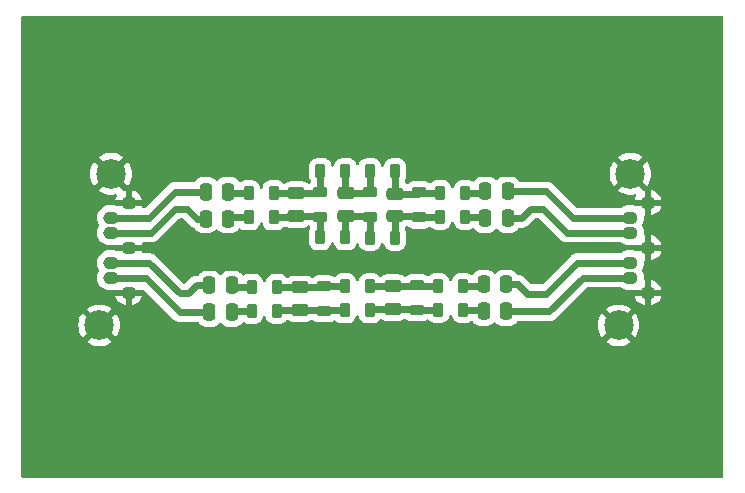
<source format=gbr>
%TF.GenerationSoftware,KiCad,Pcbnew,7.0.5.1-1-g8f565ef7f0-dirty-deb11*%
%TF.CreationDate,2023-07-21T08:52:31+00:00*%
%TF.ProjectId,BP02,42503032-2e6b-4696-9361-645f70636258,rev?*%
%TF.SameCoordinates,Original*%
%TF.FileFunction,Copper,L2,Bot*%
%TF.FilePolarity,Positive*%
%FSLAX46Y46*%
G04 Gerber Fmt 4.6, Leading zero omitted, Abs format (unit mm)*
G04 Created by KiCad (PCBNEW 7.0.5.1-1-g8f565ef7f0-dirty-deb11) date 2023-07-21 08:52:31*
%MOMM*%
%LPD*%
G01*
G04 APERTURE LIST*
G04 Aperture macros list*
%AMRoundRect*
0 Rectangle with rounded corners*
0 $1 Rounding radius*
0 $2 $3 $4 $5 $6 $7 $8 $9 X,Y pos of 4 corners*
0 Add a 4 corners polygon primitive as box body*
4,1,4,$2,$3,$4,$5,$6,$7,$8,$9,$2,$3,0*
0 Add four circle primitives for the rounded corners*
1,1,$1+$1,$2,$3*
1,1,$1+$1,$4,$5*
1,1,$1+$1,$6,$7*
1,1,$1+$1,$8,$9*
0 Add four rect primitives between the rounded corners*
20,1,$1+$1,$2,$3,$4,$5,0*
20,1,$1+$1,$4,$5,$6,$7,0*
20,1,$1+$1,$6,$7,$8,$9,0*
20,1,$1+$1,$8,$9,$2,$3,0*%
G04 Aperture macros list end*
%TA.AperFunction,ComponentPad*%
%ADD10C,6.000000*%
%TD*%
%TA.AperFunction,ComponentPad*%
%ADD11O,1.300000X1.100000*%
%TD*%
%TA.AperFunction,ComponentPad*%
%ADD12C,2.500000*%
%TD*%
%TA.AperFunction,SMDPad,CuDef*%
%ADD13RoundRect,0.218750X-0.218750X-0.381250X0.218750X-0.381250X0.218750X0.381250X-0.218750X0.381250X0*%
%TD*%
%TA.AperFunction,SMDPad,CuDef*%
%ADD14RoundRect,0.250000X0.475000X-0.250000X0.475000X0.250000X-0.475000X0.250000X-0.475000X-0.250000X0*%
%TD*%
%TA.AperFunction,SMDPad,CuDef*%
%ADD15RoundRect,0.250000X0.250000X0.475000X-0.250000X0.475000X-0.250000X-0.475000X0.250000X-0.475000X0*%
%TD*%
%TA.AperFunction,SMDPad,CuDef*%
%ADD16RoundRect,0.250000X-0.475000X0.250000X-0.475000X-0.250000X0.475000X-0.250000X0.475000X0.250000X0*%
%TD*%
%TA.AperFunction,SMDPad,CuDef*%
%ADD17RoundRect,0.218750X-0.381250X0.218750X-0.381250X-0.218750X0.381250X-0.218750X0.381250X0.218750X0*%
%TD*%
%TA.AperFunction,SMDPad,CuDef*%
%ADD18RoundRect,0.218750X0.218750X0.381250X-0.218750X0.381250X-0.218750X-0.381250X0.218750X-0.381250X0*%
%TD*%
%TA.AperFunction,SMDPad,CuDef*%
%ADD19RoundRect,0.250000X-0.250000X-0.475000X0.250000X-0.475000X0.250000X0.475000X-0.250000X0.475000X0*%
%TD*%
%TA.AperFunction,Conductor*%
%ADD20C,0.600000*%
%TD*%
G04 APERTURE END LIST*
D10*
%TO.P,M1,1*%
%TO.N,GND*%
X129154000Y-77394000D03*
%TD*%
%TO.P,M3,1*%
%TO.N,GND*%
X179954000Y-107874000D03*
%TD*%
D11*
%TO.P,J1,1,1*%
%TO.N,GND*%
X133923000Y-88924000D03*
%TO.P,J1,2,2*%
%TO.N,3rd_order_in_P*%
X132423000Y-90194000D03*
%TO.P,J1,3,3*%
%TO.N,3rd_order_in_N*%
X132423000Y-91464000D03*
%TO.P,J1,4,4*%
%TO.N,GND*%
X133923000Y-92734000D03*
%TO.P,J1,5,5*%
%TO.N,2rd_order_in_P*%
X132423000Y-94004000D03*
%TO.P,J1,6,6*%
%TO.N,2rd_order_in_N*%
X132423000Y-95274000D03*
%TO.P,J1,7,7*%
%TO.N,GND*%
X133923000Y-96544000D03*
D12*
%TO.P,J1,8,4*%
X131423000Y-99294000D03*
%TO.P,J1,9,7*%
X132423000Y-86464000D03*
%TD*%
D11*
%TO.P,J2,1,1*%
%TO.N,GND*%
X177898000Y-88924000D03*
%TO.P,J2,2,2*%
%TO.N,3rd_order_out_P*%
X176398000Y-90194000D03*
%TO.P,J2,3,3*%
%TO.N,3rd_order_out_N*%
X176398000Y-91464000D03*
%TO.P,J2,4,4*%
%TO.N,GND*%
X177898000Y-92734000D03*
%TO.P,J2,5,5*%
%TO.N,2rd_order_out_P*%
X176398000Y-94004000D03*
%TO.P,J2,6,6*%
%TO.N,2rd_order_out_N*%
X176398000Y-95274000D03*
%TO.P,J2,7,7*%
%TO.N,GND*%
X177898000Y-96544000D03*
D12*
%TO.P,J2,8,4*%
X175398000Y-99294000D03*
%TO.P,J2,9,7*%
X176398000Y-86464000D03*
%TD*%
D10*
%TO.P,M4,1*%
%TO.N,GND*%
X129154000Y-107874000D03*
%TD*%
%TO.P,M2,1*%
%TO.N,GND*%
X179954000Y-77394000D03*
%TD*%
D13*
%TO.P,L10,1,1*%
%TO.N,Net-(C6-Pad2)*%
X152221500Y-98018800D03*
%TO.P,L10,2,2*%
%TO.N,Net-(C8-Pad2)*%
X154346500Y-98018800D03*
%TD*%
D14*
%TO.P,C5,1*%
%TO.N,Net-(C5-Pad1)*%
X148112600Y-90028000D03*
%TO.P,C5,2*%
%TO.N,Net-(C5-Pad2)*%
X148112600Y-88128000D03*
%TD*%
D13*
%TO.P,L1,1,1*%
%TO.N,Net-(C1-Pad1)*%
X144074500Y-88121200D03*
%TO.P,L1,2,2*%
%TO.N,Net-(C5-Pad2)*%
X146199500Y-88121200D03*
%TD*%
%TO.P,L13,1,1*%
%TO.N,Net-(C7-Pad2)*%
X154339900Y-86258600D03*
%TO.P,L13,2,2*%
%TO.N,Net-(C9-Pad2)*%
X156464900Y-86258600D03*
%TD*%
D15*
%TO.P,C12,1*%
%TO.N,3rd_order_out_P*%
X166004400Y-87935000D03*
%TO.P,C12,2*%
%TO.N,Net-(C12-Pad2)*%
X164104400Y-87935000D03*
%TD*%
D13*
%TO.P,L18,1,1*%
%TO.N,Net-(C9-Pad2)*%
X160283500Y-88087400D03*
%TO.P,L18,2,2*%
%TO.N,Net-(C12-Pad2)*%
X162408500Y-88087400D03*
%TD*%
D16*
%TO.P,C6,1*%
%TO.N,Net-(C6-Pad1)*%
X148407200Y-96093400D03*
%TO.P,C6,2*%
%TO.N,Net-(C6-Pad2)*%
X148407200Y-97993400D03*
%TD*%
D17*
%TO.P,L12,1,1*%
%TO.N,Net-(C8-Pad1)*%
X158313200Y-95889500D03*
%TO.P,L12,2,2*%
%TO.N,Net-(C8-Pad2)*%
X158313200Y-98014500D03*
%TD*%
D18*
%TO.P,L19,1,1*%
%TO.N,Net-(C13-Pad2)*%
X162408500Y-90119400D03*
%TO.P,L19,2,2*%
%TO.N,Net-(C9-Pad1)*%
X160283500Y-90119400D03*
%TD*%
D13*
%TO.P,L3,1,1*%
%TO.N,Net-(C3-Pad1)*%
X144347500Y-96037600D03*
%TO.P,L3,2,2*%
%TO.N,Net-(C6-Pad1)*%
X146472500Y-96037600D03*
%TD*%
D17*
%TO.P,L11,1,1*%
%TO.N,Net-(C7-Pad2)*%
X154335600Y-88019800D03*
%TO.P,L11,2,2*%
%TO.N,Net-(C7-Pad1)*%
X154335600Y-90144800D03*
%TD*%
D13*
%TO.P,L15,1,1*%
%TO.N,Net-(C8-Pad1)*%
X160120900Y-95961400D03*
%TO.P,L15,2,2*%
%TO.N,Net-(C10-Pad2)*%
X162245900Y-95961400D03*
%TD*%
D15*
%TO.P,C2,1*%
%TO.N,Net-(C2-Pad1)*%
X142332100Y-90254800D03*
%TO.P,C2,2*%
%TO.N,3rd_order_in_N*%
X140432100Y-90254800D03*
%TD*%
D16*
%TO.P,C8,1*%
%TO.N,Net-(C8-Pad1)*%
X156281200Y-96002000D03*
%TO.P,C8,2*%
%TO.N,Net-(C8-Pad2)*%
X156281200Y-97902000D03*
%TD*%
D18*
%TO.P,L2,1,1*%
%TO.N,Net-(C5-Pad1)*%
X146199500Y-90153200D03*
%TO.P,L2,2,2*%
%TO.N,Net-(C2-Pad1)*%
X144074500Y-90153200D03*
%TD*%
D19*
%TO.P,C4,1*%
%TO.N,2rd_order_in_N*%
X140745600Y-98186400D03*
%TO.P,C4,2*%
%TO.N,Net-(C4-Pad2)*%
X142645600Y-98186400D03*
%TD*%
D15*
%TO.P,C3,1*%
%TO.N,Net-(C3-Pad1)*%
X142645600Y-95900400D03*
%TO.P,C3,2*%
%TO.N,2rd_order_in_P*%
X140745600Y-95900400D03*
%TD*%
D13*
%TO.P,L9,1,1*%
%TO.N,Net-(C6-Pad1)*%
X152221500Y-95986800D03*
%TO.P,L9,2,2*%
%TO.N,Net-(C8-Pad1)*%
X154346500Y-95986800D03*
%TD*%
D18*
%TO.P,L14,1,1*%
%TO.N,Net-(C9-Pad1)*%
X156464900Y-91897400D03*
%TO.P,L14,2,2*%
%TO.N,Net-(C7-Pad1)*%
X154339900Y-91897400D03*
%TD*%
D17*
%TO.P,L17,1,1*%
%TO.N,Net-(C9-Pad2)*%
X158501200Y-88040900D03*
%TO.P,L17,2,2*%
%TO.N,Net-(C9-Pad1)*%
X158501200Y-90165900D03*
%TD*%
D13*
%TO.P,L16,1,1*%
%TO.N,Net-(C8-Pad2)*%
X160120900Y-97993400D03*
%TO.P,L16,2,2*%
%TO.N,Net-(C11-Pad1)*%
X162245900Y-97993400D03*
%TD*%
%TO.P,L4,1,1*%
%TO.N,Net-(C4-Pad2)*%
X144347500Y-98069600D03*
%TO.P,L4,2,2*%
%TO.N,Net-(C6-Pad2)*%
X146472500Y-98069600D03*
%TD*%
D17*
%TO.P,L5,1,1*%
%TO.N,Net-(C5-Pad2)*%
X150144600Y-88015500D03*
%TO.P,L5,2,2*%
%TO.N,Net-(C5-Pad1)*%
X150144600Y-90140500D03*
%TD*%
D15*
%TO.P,C13,1*%
%TO.N,3rd_order_out_N*%
X166004400Y-90221000D03*
%TO.P,C13,2*%
%TO.N,Net-(C13-Pad2)*%
X164104400Y-90221000D03*
%TD*%
%TO.P,C10,1*%
%TO.N,2rd_order_out_P*%
X165867200Y-95834400D03*
%TO.P,C10,2*%
%TO.N,Net-(C10-Pad2)*%
X163967200Y-95834400D03*
%TD*%
D14*
%TO.P,C9,1*%
%TO.N,Net-(C9-Pad1)*%
X156469200Y-90053400D03*
%TO.P,C9,2*%
%TO.N,Net-(C9-Pad2)*%
X156469200Y-88153400D03*
%TD*%
D19*
%TO.P,C11,1*%
%TO.N,Net-(C11-Pad1)*%
X163967200Y-98120400D03*
%TO.P,C11,2*%
%TO.N,2rd_order_out_N*%
X165867200Y-98120400D03*
%TD*%
D18*
%TO.P,L8,1,1*%
%TO.N,Net-(C7-Pad1)*%
X152248500Y-91846600D03*
%TO.P,L8,2,2*%
%TO.N,Net-(C5-Pad1)*%
X150123500Y-91846600D03*
%TD*%
D13*
%TO.P,L7,1,1*%
%TO.N,Net-(C5-Pad2)*%
X150148900Y-86258600D03*
%TO.P,L7,2,2*%
%TO.N,Net-(C7-Pad2)*%
X152273900Y-86258600D03*
%TD*%
D14*
%TO.P,C7,1*%
%TO.N,Net-(C7-Pad1)*%
X152303600Y-90032300D03*
%TO.P,C7,2*%
%TO.N,Net-(C7-Pad2)*%
X152303600Y-88132300D03*
%TD*%
D15*
%TO.P,C1,1*%
%TO.N,Net-(C1-Pad1)*%
X142332100Y-87968800D03*
%TO.P,C1,2*%
%TO.N,3rd_order_in_P*%
X140432100Y-87968800D03*
%TD*%
D17*
%TO.P,L6,1,1*%
%TO.N,Net-(C6-Pad1)*%
X150439200Y-95980900D03*
%TO.P,L6,2,2*%
%TO.N,Net-(C6-Pad2)*%
X150439200Y-98105900D03*
%TD*%
D20*
%TO.N,Net-(C1-Pad1)*%
X142484500Y-88121200D02*
X142332100Y-87968800D01*
X144074500Y-88121200D02*
X142484500Y-88121200D01*
%TO.N,3rd_order_in_P*%
X137883200Y-87968800D02*
X140432100Y-87968800D01*
X132423000Y-90194000D02*
X135658000Y-90194000D01*
X135658000Y-90194000D02*
X137883200Y-87968800D01*
%TO.N,Net-(C2-Pad1)*%
X144074500Y-90153200D02*
X142433700Y-90153200D01*
X142433700Y-90153200D02*
X142332100Y-90254800D01*
%TO.N,3rd_order_in_N*%
X132423000Y-91464000D02*
X135835800Y-91464000D01*
X139703400Y-90254800D02*
X140432100Y-90254800D01*
X137866200Y-89433600D02*
X138882200Y-89433600D01*
X138882200Y-89433600D02*
X139703400Y-90254800D01*
X135835800Y-91464000D02*
X137866200Y-89433600D01*
%TO.N,Net-(C3-Pad1)*%
X144347500Y-96037600D02*
X142782800Y-96037600D01*
X142782800Y-96037600D02*
X142645600Y-95900400D01*
%TO.N,2rd_order_in_P*%
X138983800Y-96596400D02*
X139679800Y-95900400D01*
X138247200Y-96596400D02*
X138983800Y-96596400D01*
X135654800Y-94004000D02*
X138247200Y-96596400D01*
X132423000Y-94004000D02*
X135654800Y-94004000D01*
X139679800Y-95900400D02*
X140745600Y-95900400D01*
%TO.N,2rd_order_in_N*%
X132423000Y-95274000D02*
X133302930Y-95274000D01*
X140745600Y-98186400D02*
X138262400Y-98186400D01*
X138262400Y-98186400D02*
X135350000Y-95274000D01*
X135350000Y-95274000D02*
X132423000Y-95274000D01*
%TO.N,Net-(C4-Pad2)*%
X142762400Y-98069600D02*
X142645600Y-98186400D01*
X144347500Y-98069600D02*
X142762400Y-98069600D01*
%TO.N,Net-(C5-Pad1)*%
X150123500Y-90161600D02*
X150144600Y-90140500D01*
X148112600Y-90028000D02*
X150032100Y-90028000D01*
X150032100Y-90028000D02*
X150144600Y-90140500D01*
X150123500Y-91846600D02*
X150123500Y-90161600D01*
X146199500Y-90153200D02*
X147987400Y-90153200D01*
X147987400Y-90153200D02*
X148112600Y-90028000D01*
%TO.N,Net-(C5-Pad2)*%
X148112600Y-88128000D02*
X146206300Y-88128000D01*
X150148900Y-88011200D02*
X150144600Y-88015500D01*
X146206300Y-88128000D02*
X146199500Y-88121200D01*
X150032100Y-88128000D02*
X150144600Y-88015500D01*
X150148900Y-86258600D02*
X150148900Y-88011200D01*
X148112600Y-88128000D02*
X150032100Y-88128000D01*
%TO.N,Net-(C6-Pad1)*%
X152221500Y-95986800D02*
X150445100Y-95986800D01*
X146528300Y-96093400D02*
X146472500Y-96037600D01*
X148407200Y-96093400D02*
X150326700Y-96093400D01*
X150445100Y-95986800D02*
X150439200Y-95980900D01*
X150326700Y-96093400D02*
X150439200Y-95980900D01*
X148407200Y-96093400D02*
X146528300Y-96093400D01*
%TO.N,Net-(C6-Pad2)*%
X150326700Y-97993400D02*
X150439200Y-98105900D01*
X152221500Y-98018800D02*
X150526300Y-98018800D01*
X146548700Y-97993400D02*
X146472500Y-98069600D01*
X148407200Y-97993400D02*
X146548700Y-97993400D01*
X150526300Y-98018800D02*
X150439200Y-98105900D01*
X148407200Y-97993400D02*
X150326700Y-97993400D01*
%TO.N,Net-(C7-Pad1)*%
X154223100Y-90032300D02*
X154335600Y-90144800D01*
X154339900Y-90149100D02*
X154335600Y-90144800D01*
X152248500Y-90087400D02*
X152303600Y-90032300D01*
X152248500Y-91846600D02*
X152248500Y-90087400D01*
X152303600Y-90032300D02*
X154223100Y-90032300D01*
X154386400Y-90094000D02*
X154335600Y-90144800D01*
X154339900Y-91897400D02*
X154339900Y-90149100D01*
%TO.N,Net-(C7-Pad2)*%
X154223100Y-88132300D02*
X154335600Y-88019800D01*
X152303600Y-88132300D02*
X154223100Y-88132300D01*
X152273900Y-86258600D02*
X152273900Y-88102600D01*
X154335600Y-86262900D02*
X154339900Y-86258600D01*
X154335600Y-88019800D02*
X154335600Y-86262900D01*
X152273900Y-88102600D02*
X152303600Y-88132300D01*
X154377800Y-88062000D02*
X154335600Y-88019800D01*
%TO.N,Net-(C8-Pad1)*%
X160120900Y-95961400D02*
X158385100Y-95961400D01*
X156281200Y-96002000D02*
X158200700Y-96002000D01*
X154361700Y-96002000D02*
X154346500Y-95986800D01*
X158385100Y-95961400D02*
X158313200Y-95889500D01*
X158200700Y-96002000D02*
X158313200Y-95889500D01*
X156281200Y-96002000D02*
X154361700Y-96002000D01*
%TO.N,Net-(C8-Pad2)*%
X154463300Y-97902000D02*
X154346500Y-98018800D01*
X158200700Y-97902000D02*
X158313200Y-98014500D01*
X156281200Y-97902000D02*
X154463300Y-97902000D01*
X156281200Y-97902000D02*
X158200700Y-97902000D01*
X160120900Y-97993400D02*
X158334300Y-97993400D01*
X158334300Y-97993400D02*
X158313200Y-98014500D01*
%TO.N,Net-(C9-Pad1)*%
X158388700Y-90053400D02*
X158501200Y-90165900D01*
X156469200Y-90053400D02*
X158388700Y-90053400D01*
X160237000Y-90165900D02*
X160283500Y-90119400D01*
X156464900Y-90057700D02*
X156469200Y-90053400D01*
X158501200Y-90165900D02*
X160237000Y-90165900D01*
X156464900Y-91897400D02*
X156464900Y-90057700D01*
%TO.N,Net-(C9-Pad2)*%
X158388700Y-88153400D02*
X158501200Y-88040900D01*
X156469200Y-86262900D02*
X156464900Y-86258600D01*
X156469200Y-88153400D02*
X156469200Y-86262900D01*
X158547700Y-88087400D02*
X158501200Y-88040900D01*
X156469200Y-88153400D02*
X158388700Y-88153400D01*
X160283500Y-88087400D02*
X158547700Y-88087400D01*
%TO.N,2rd_order_out_P*%
X169260600Y-96647200D02*
X171903800Y-94004000D01*
X167685800Y-96647200D02*
X169260600Y-96647200D01*
X171903800Y-94004000D02*
X176398000Y-94004000D01*
X165867200Y-95834400D02*
X166873000Y-95834400D01*
X166873000Y-95834400D02*
X167685800Y-96647200D01*
%TO.N,Net-(C10-Pad2)*%
X163840200Y-95961400D02*
X163967200Y-95834400D01*
X162245900Y-95961400D02*
X163840200Y-95961400D01*
%TO.N,Net-(C11-Pad1)*%
X163840200Y-97993400D02*
X163967200Y-98120400D01*
X162245900Y-97993400D02*
X163840200Y-97993400D01*
%TO.N,2rd_order_out_N*%
X165867200Y-98120400D02*
X169540000Y-98120400D01*
X172386400Y-95274000D02*
X176398000Y-95274000D01*
X169540000Y-98120400D02*
X172386400Y-95274000D01*
%TO.N,3rd_order_out_P*%
X169260600Y-87935000D02*
X166004400Y-87935000D01*
X176398000Y-90194000D02*
X171519600Y-90194000D01*
X171519600Y-90194000D02*
X169260600Y-87935000D01*
%TO.N,Net-(C12-Pad2)*%
X163952000Y-88087400D02*
X164104400Y-87935000D01*
X162408500Y-88087400D02*
X163952000Y-88087400D01*
%TO.N,3rd_order_out_N*%
X167177800Y-90221000D02*
X166004400Y-90221000D01*
X167990600Y-89408200D02*
X167177800Y-90221000D01*
X171062400Y-91464000D02*
X169006600Y-89408200D01*
X176398000Y-91464000D02*
X171062400Y-91464000D01*
X169006600Y-89408200D02*
X167990600Y-89408200D01*
%TO.N,Net-(C13-Pad2)*%
X164002800Y-90119400D02*
X164104400Y-90221000D01*
X162408500Y-90119400D02*
X164002800Y-90119400D01*
%TD*%
%TA.AperFunction,Conductor*%
%TO.N,GND*%
G36*
X168687639Y-90236702D02*
G01*
X168708613Y-90253604D01*
X170426289Y-91971281D01*
X170555119Y-92100111D01*
X170590814Y-92122539D01*
X170596568Y-92126622D01*
X170629530Y-92152909D01*
X170667518Y-92171203D01*
X170673679Y-92174607D01*
X170709385Y-92197043D01*
X170749171Y-92210965D01*
X170755693Y-92213666D01*
X170768525Y-92219845D01*
X170793676Y-92231958D01*
X170793677Y-92231958D01*
X170793679Y-92231959D01*
X170834777Y-92241338D01*
X170841564Y-92243294D01*
X170859591Y-92249602D01*
X170881353Y-92257217D01*
X170923234Y-92261935D01*
X170930197Y-92263117D01*
X170971303Y-92272500D01*
X171016994Y-92272500D01*
X175569553Y-92272500D01*
X175637674Y-92292502D01*
X175649487Y-92301101D01*
X175707083Y-92348369D01*
X175890969Y-92446659D01*
X176090498Y-92507185D01*
X176090503Y-92507185D01*
X176090505Y-92507186D01*
X176204349Y-92518398D01*
X176245995Y-92522500D01*
X176246004Y-92522500D01*
X176549996Y-92522500D01*
X176550005Y-92522500D01*
X176603100Y-92517270D01*
X176705496Y-92507186D01*
X176705497Y-92507185D01*
X176705502Y-92507185D01*
X176753370Y-92492664D01*
X176777237Y-92485425D01*
X176813811Y-92480000D01*
X177628917Y-92480000D01*
X177583965Y-92528831D01*
X177534362Y-92641914D01*
X177524165Y-92764977D01*
X177554479Y-92884682D01*
X177621979Y-92988000D01*
X176813811Y-92988000D01*
X176777237Y-92982575D01*
X176742135Y-92971927D01*
X176705502Y-92960815D01*
X176705499Y-92960814D01*
X176705494Y-92960813D01*
X176705498Y-92960813D01*
X176550013Y-92945500D01*
X176550005Y-92945500D01*
X176245995Y-92945500D01*
X176245986Y-92945500D01*
X176090505Y-92960813D01*
X175890968Y-93021341D01*
X175707082Y-93119631D01*
X175649487Y-93166899D01*
X175584140Y-93194653D01*
X175569553Y-93195500D01*
X171812703Y-93195500D01*
X171771610Y-93204878D01*
X171764644Y-93206061D01*
X171722753Y-93210782D01*
X171722743Y-93210785D01*
X171682966Y-93224703D01*
X171676176Y-93226660D01*
X171635083Y-93236040D01*
X171635079Y-93236041D01*
X171610857Y-93247705D01*
X171597100Y-93254330D01*
X171590571Y-93257034D01*
X171550783Y-93270957D01*
X171515095Y-93293382D01*
X171508908Y-93296801D01*
X171470930Y-93315091D01*
X171470924Y-93315094D01*
X171437974Y-93341371D01*
X171432211Y-93345461D01*
X171396524Y-93367884D01*
X171396522Y-93367886D01*
X171346489Y-93417916D01*
X171346486Y-93417921D01*
X168962613Y-95801795D01*
X168900301Y-95835820D01*
X168873518Y-95838700D01*
X168072882Y-95838700D01*
X168004761Y-95818698D01*
X167983787Y-95801795D01*
X167700617Y-95518625D01*
X167412589Y-95230597D01*
X167380281Y-95198289D01*
X167348469Y-95178300D01*
X167344591Y-95175863D01*
X167338825Y-95171772D01*
X167319794Y-95156595D01*
X167305870Y-95145491D01*
X167305869Y-95145490D01*
X167305867Y-95145489D01*
X167267890Y-95127200D01*
X167261702Y-95123780D01*
X167226015Y-95101357D01*
X167211851Y-95096401D01*
X167186226Y-95087434D01*
X167179698Y-95084730D01*
X167141724Y-95066442D01*
X167141717Y-95066440D01*
X167100620Y-95057059D01*
X167093830Y-95055102D01*
X167054052Y-95041184D01*
X167054046Y-95041182D01*
X167012156Y-95036462D01*
X167005187Y-95035278D01*
X166964099Y-95025900D01*
X166964097Y-95025900D01*
X166918406Y-95025900D01*
X166873000Y-95025900D01*
X166804879Y-95005898D01*
X166765759Y-94966047D01*
X166760022Y-94956746D01*
X166716230Y-94885748D01*
X166716229Y-94885747D01*
X166716224Y-94885741D01*
X166590858Y-94760375D01*
X166590852Y-94760370D01*
X166546940Y-94733285D01*
X166439938Y-94667285D01*
X166354578Y-94639000D01*
X166271627Y-94611513D01*
X166271620Y-94611512D01*
X166167753Y-94600900D01*
X165566655Y-94600900D01*
X165462774Y-94611512D01*
X165294461Y-94667285D01*
X165143547Y-94760370D01*
X165143541Y-94760375D01*
X165018172Y-94885744D01*
X165016034Y-94888449D01*
X165014095Y-94889821D01*
X165012980Y-94890937D01*
X165012789Y-94890746D01*
X164958092Y-94929476D01*
X164887167Y-94932664D01*
X164825777Y-94897002D01*
X164818366Y-94888449D01*
X164816227Y-94885744D01*
X164690858Y-94760375D01*
X164690852Y-94760370D01*
X164646940Y-94733285D01*
X164539938Y-94667285D01*
X164454578Y-94639000D01*
X164371627Y-94611513D01*
X164371620Y-94611512D01*
X164267753Y-94600900D01*
X163666655Y-94600900D01*
X163562774Y-94611512D01*
X163394461Y-94667285D01*
X163243547Y-94760370D01*
X163243541Y-94760375D01*
X163118175Y-94885741D01*
X163118168Y-94885749D01*
X163075725Y-94954561D01*
X163022939Y-95002038D01*
X162952864Y-95013441D01*
X162902338Y-94995654D01*
X162774092Y-94916551D01*
X162774091Y-94916550D01*
X162612714Y-94863076D01*
X162612711Y-94863075D01*
X162612709Y-94863075D01*
X162513119Y-94852900D01*
X161978689Y-94852900D01*
X161879090Y-94863075D01*
X161879087Y-94863075D01*
X161879086Y-94863076D01*
X161867341Y-94866968D01*
X161717707Y-94916551D01*
X161573012Y-95005800D01*
X161573006Y-95005805D01*
X161452805Y-95126006D01*
X161452800Y-95126012D01*
X161363551Y-95270707D01*
X161310075Y-95432089D01*
X161308747Y-95445091D01*
X161281924Y-95510825D01*
X161223820Y-95551623D01*
X161152883Y-95554531D01*
X161091635Y-95518625D01*
X161059522Y-95455306D01*
X161058052Y-95445085D01*
X161056724Y-95432090D01*
X161056724Y-95432089D01*
X161056724Y-95432086D01*
X161003249Y-95270708D01*
X160914000Y-95126013D01*
X160913999Y-95126012D01*
X160913994Y-95126006D01*
X160793793Y-95005805D01*
X160793787Y-95005800D01*
X160649092Y-94916551D01*
X160487714Y-94863076D01*
X160487711Y-94863075D01*
X160487709Y-94863075D01*
X160388119Y-94852900D01*
X159853689Y-94852900D01*
X159754090Y-94863075D01*
X159754087Y-94863075D01*
X159754086Y-94863076D01*
X159742341Y-94866968D01*
X159592707Y-94916551D01*
X159448012Y-95005800D01*
X159342094Y-95111718D01*
X159279782Y-95145743D01*
X159208966Y-95140677D01*
X159163903Y-95111716D01*
X159148587Y-95096400D01*
X159003892Y-95007151D01*
X158842514Y-94953676D01*
X158842511Y-94953675D01*
X158842509Y-94953675D01*
X158742919Y-94943500D01*
X157883489Y-94943500D01*
X157783890Y-94953675D01*
X157783887Y-94953675D01*
X157783886Y-94953676D01*
X157755742Y-94963002D01*
X157622507Y-95007151D01*
X157477812Y-95096400D01*
X157477811Y-95096401D01*
X157462498Y-95111715D01*
X157417616Y-95156596D01*
X157355307Y-95190620D01*
X157328523Y-95193500D01*
X157322573Y-95193500D01*
X157254452Y-95173498D01*
X157233478Y-95156595D01*
X157229858Y-95152975D01*
X157229852Y-95152970D01*
X157209922Y-95140677D01*
X157078938Y-95059885D01*
X156938777Y-95013441D01*
X156910627Y-95004113D01*
X156910620Y-95004112D01*
X156806753Y-94993500D01*
X155755655Y-94993500D01*
X155651774Y-95004112D01*
X155483461Y-95059885D01*
X155332547Y-95152970D01*
X155332541Y-95152975D01*
X155328922Y-95156595D01*
X155266610Y-95190621D01*
X155239827Y-95193500D01*
X155233878Y-95193500D01*
X155165757Y-95173498D01*
X155144783Y-95156595D01*
X155019393Y-95031205D01*
X155019387Y-95031200D01*
X154874692Y-94941951D01*
X154846665Y-94932664D01*
X154713314Y-94888476D01*
X154713311Y-94888475D01*
X154713309Y-94888475D01*
X154613719Y-94878300D01*
X154079289Y-94878300D01*
X153979690Y-94888475D01*
X153979687Y-94888475D01*
X153979686Y-94888476D01*
X153899723Y-94914972D01*
X153818307Y-94941951D01*
X153673612Y-95031200D01*
X153673606Y-95031205D01*
X153553405Y-95151406D01*
X153553400Y-95151412D01*
X153464151Y-95296107D01*
X153410675Y-95457489D01*
X153409347Y-95470491D01*
X153382524Y-95536225D01*
X153324420Y-95577023D01*
X153253483Y-95579931D01*
X153192235Y-95544025D01*
X153160122Y-95480706D01*
X153158652Y-95470485D01*
X153157324Y-95457490D01*
X153157324Y-95457489D01*
X153157324Y-95457486D01*
X153103849Y-95296108D01*
X153014600Y-95151413D01*
X153014599Y-95151412D01*
X153014594Y-95151406D01*
X152894393Y-95031205D01*
X152894387Y-95031200D01*
X152749692Y-94941951D01*
X152721665Y-94932664D01*
X152588314Y-94888476D01*
X152588311Y-94888475D01*
X152588309Y-94888475D01*
X152488719Y-94878300D01*
X151954289Y-94878300D01*
X151854690Y-94888475D01*
X151854687Y-94888475D01*
X151854686Y-94888476D01*
X151774723Y-94914972D01*
X151693307Y-94941951D01*
X151548612Y-95031200D01*
X151548606Y-95031205D01*
X151438417Y-95141395D01*
X151376105Y-95175421D01*
X151349322Y-95178300D01*
X151294919Y-95178300D01*
X151228772Y-95159541D01*
X151129892Y-95098551D01*
X151092818Y-95086266D01*
X150968514Y-95045076D01*
X150968511Y-95045075D01*
X150968509Y-95045075D01*
X150868919Y-95034900D01*
X150009489Y-95034900D01*
X149909890Y-95045075D01*
X149909887Y-95045075D01*
X149909886Y-95045076D01*
X149863469Y-95060457D01*
X149748507Y-95098551D01*
X149603812Y-95187800D01*
X149603811Y-95187801D01*
X149580124Y-95211489D01*
X149543616Y-95247996D01*
X149481307Y-95282020D01*
X149454523Y-95284900D01*
X149448573Y-95284900D01*
X149380452Y-95264898D01*
X149359478Y-95247995D01*
X149355858Y-95244375D01*
X149355852Y-95244370D01*
X149345160Y-95237775D01*
X149204938Y-95151285D01*
X149113856Y-95121104D01*
X149036627Y-95095513D01*
X149036620Y-95095512D01*
X148932753Y-95084900D01*
X147881655Y-95084900D01*
X147777774Y-95095512D01*
X147609461Y-95151285D01*
X147458536Y-95244377D01*
X147457381Y-95245291D01*
X147456440Y-95245670D01*
X147452302Y-95248223D01*
X147451865Y-95247515D01*
X147391537Y-95271845D01*
X147321790Y-95258585D01*
X147272002Y-95212593D01*
X147271322Y-95211491D01*
X147265600Y-95202213D01*
X147265599Y-95202212D01*
X147265594Y-95202206D01*
X147145393Y-95082005D01*
X147145387Y-95082000D01*
X147000692Y-94992751D01*
X146839314Y-94939276D01*
X146839311Y-94939275D01*
X146839309Y-94939275D01*
X146739719Y-94929100D01*
X146205289Y-94929100D01*
X146105690Y-94939275D01*
X146105687Y-94939275D01*
X146105686Y-94939276D01*
X146034085Y-94963002D01*
X145944307Y-94992751D01*
X145799612Y-95082000D01*
X145799606Y-95082005D01*
X145679405Y-95202206D01*
X145679400Y-95202212D01*
X145590151Y-95346907D01*
X145536675Y-95508289D01*
X145535347Y-95521291D01*
X145508524Y-95587025D01*
X145450420Y-95627823D01*
X145379483Y-95630731D01*
X145318235Y-95594825D01*
X145286122Y-95531506D01*
X145284652Y-95521285D01*
X145283324Y-95508290D01*
X145283324Y-95508289D01*
X145283324Y-95508286D01*
X145229849Y-95346908D01*
X145140600Y-95202213D01*
X145140599Y-95202212D01*
X145140594Y-95202206D01*
X145020393Y-95082005D01*
X145020387Y-95082000D01*
X144875692Y-94992751D01*
X144875691Y-94992750D01*
X144714314Y-94939276D01*
X144714311Y-94939275D01*
X144714309Y-94939275D01*
X144614719Y-94929100D01*
X144080289Y-94929100D01*
X143980690Y-94939275D01*
X143980687Y-94939275D01*
X143980686Y-94939276D01*
X143899896Y-94966047D01*
X143819305Y-94992752D01*
X143709671Y-95060375D01*
X143641192Y-95079112D01*
X143573453Y-95057852D01*
X143536284Y-95019280D01*
X143532682Y-95013441D01*
X143494630Y-94951748D01*
X143494626Y-94951744D01*
X143494624Y-94951741D01*
X143369258Y-94826375D01*
X143369252Y-94826370D01*
X143218338Y-94733285D01*
X143113048Y-94698396D01*
X143050027Y-94677513D01*
X143050020Y-94677512D01*
X142946153Y-94666900D01*
X142345055Y-94666900D01*
X142241174Y-94677512D01*
X142072861Y-94733285D01*
X141921947Y-94826370D01*
X141921941Y-94826375D01*
X141796572Y-94951744D01*
X141794434Y-94954449D01*
X141792495Y-94955821D01*
X141791380Y-94956937D01*
X141791189Y-94956746D01*
X141736492Y-94995476D01*
X141665567Y-94998664D01*
X141604177Y-94963002D01*
X141596766Y-94954449D01*
X141594627Y-94951744D01*
X141469258Y-94826375D01*
X141469252Y-94826370D01*
X141469251Y-94826370D01*
X141318338Y-94733285D01*
X141213048Y-94698396D01*
X141150027Y-94677513D01*
X141150020Y-94677512D01*
X141046153Y-94666900D01*
X140445055Y-94666900D01*
X140341174Y-94677512D01*
X140172861Y-94733285D01*
X140021947Y-94826370D01*
X140021941Y-94826375D01*
X139896575Y-94951741D01*
X139896570Y-94951747D01*
X139847041Y-95032047D01*
X139794255Y-95079525D01*
X139739800Y-95091900D01*
X139588699Y-95091900D01*
X139547612Y-95101278D01*
X139540644Y-95102462D01*
X139498762Y-95107181D01*
X139498750Y-95107183D01*
X139458966Y-95121104D01*
X139452178Y-95123059D01*
X139440786Y-95125660D01*
X139411077Y-95132441D01*
X139411074Y-95132443D01*
X139373105Y-95150727D01*
X139366576Y-95153432D01*
X139326788Y-95167355D01*
X139326783Y-95167358D01*
X139291092Y-95189783D01*
X139284906Y-95193202D01*
X139246933Y-95211489D01*
X139213970Y-95237775D01*
X139208207Y-95241864D01*
X139172518Y-95264289D01*
X139122494Y-95314311D01*
X139122487Y-95314321D01*
X138704593Y-95732214D01*
X138642283Y-95766238D01*
X138571468Y-95761174D01*
X138526405Y-95732213D01*
X137373796Y-94579604D01*
X136194389Y-93400197D01*
X136162081Y-93367889D01*
X136142374Y-93355506D01*
X136126391Y-93345463D01*
X136120625Y-93341372D01*
X136087671Y-93315092D01*
X136087667Y-93315089D01*
X136049690Y-93296800D01*
X136043502Y-93293380D01*
X136007815Y-93270957D01*
X136007814Y-93270956D01*
X135968026Y-93257034D01*
X135961498Y-93254330D01*
X135923524Y-93236042D01*
X135923517Y-93236040D01*
X135882420Y-93226659D01*
X135875630Y-93224702D01*
X135835852Y-93210784D01*
X135835846Y-93210782D01*
X135793956Y-93206062D01*
X135786987Y-93204878D01*
X135745899Y-93195500D01*
X135745897Y-93195500D01*
X135700206Y-93195500D01*
X135158503Y-93195500D01*
X135090382Y-93175498D01*
X135043889Y-93121842D01*
X135033785Y-93051568D01*
X135037928Y-93032925D01*
X135051556Y-92988000D01*
X134192083Y-92988000D01*
X134237035Y-92939169D01*
X134286638Y-92826086D01*
X134296835Y-92703023D01*
X134266521Y-92583318D01*
X134199021Y-92480000D01*
X135051555Y-92480000D01*
X135037928Y-92435075D01*
X135037295Y-92364081D01*
X135075144Y-92304015D01*
X135139460Y-92273947D01*
X135158503Y-92272500D01*
X135926893Y-92272500D01*
X135926897Y-92272500D01*
X135968009Y-92263115D01*
X135974945Y-92261937D01*
X136016847Y-92257217D01*
X136056643Y-92243291D01*
X136063423Y-92241338D01*
X136104520Y-92231959D01*
X136142504Y-92213665D01*
X136149017Y-92210967D01*
X136188815Y-92197043D01*
X136224503Y-92174618D01*
X136230680Y-92171202D01*
X136268670Y-92152909D01*
X136301627Y-92126625D01*
X136307392Y-92122535D01*
X136311155Y-92120170D01*
X136343081Y-92100111D01*
X136471911Y-91971281D01*
X136508803Y-91934389D01*
X136508816Y-91934374D01*
X138164188Y-90279004D01*
X138226500Y-90244979D01*
X138253283Y-90242100D01*
X138495118Y-90242100D01*
X138563239Y-90262102D01*
X138584212Y-90279004D01*
X139067288Y-90762080D01*
X139067289Y-90762081D01*
X139196119Y-90890911D01*
X139231814Y-90913339D01*
X139237568Y-90917422D01*
X139270530Y-90943709D01*
X139308518Y-90962003D01*
X139314679Y-90965407D01*
X139350385Y-90987843D01*
X139390171Y-91001765D01*
X139396693Y-91004466D01*
X139434679Y-91022759D01*
X139434681Y-91022759D01*
X139439602Y-91024481D01*
X139497298Y-91065854D01*
X139505230Y-91077254D01*
X139559139Y-91164654D01*
X139583070Y-91203452D01*
X139583075Y-91203458D01*
X139708441Y-91328824D01*
X139708447Y-91328829D01*
X139708448Y-91328830D01*
X139859362Y-91421915D01*
X140027674Y-91477687D01*
X140131555Y-91488300D01*
X140732644Y-91488299D01*
X140836526Y-91477687D01*
X141004838Y-91421915D01*
X141155752Y-91328830D01*
X141281130Y-91203452D01*
X141281131Y-91203449D01*
X141283262Y-91200756D01*
X141285198Y-91199384D01*
X141286320Y-91198263D01*
X141286511Y-91198454D01*
X141341201Y-91159725D01*
X141412126Y-91156533D01*
X141473518Y-91192192D01*
X141480938Y-91200756D01*
X141483071Y-91203454D01*
X141608441Y-91328824D01*
X141608447Y-91328829D01*
X141608448Y-91328830D01*
X141759362Y-91421915D01*
X141927674Y-91477687D01*
X142031555Y-91488300D01*
X142632644Y-91488299D01*
X142736526Y-91477687D01*
X142904838Y-91421915D01*
X143055752Y-91328830D01*
X143181130Y-91203452D01*
X143218325Y-91143148D01*
X143271107Y-91095673D01*
X143341182Y-91084269D01*
X143394377Y-91106551D01*
X143395367Y-91104947D01*
X143401611Y-91108798D01*
X143401613Y-91108800D01*
X143546308Y-91198049D01*
X143707686Y-91251524D01*
X143807289Y-91261700D01*
X144341710Y-91261699D01*
X144441314Y-91251524D01*
X144602692Y-91198049D01*
X144747387Y-91108800D01*
X144867600Y-90988587D01*
X144956849Y-90843892D01*
X145010324Y-90682514D01*
X145011652Y-90669511D01*
X145038471Y-90603779D01*
X145096573Y-90562978D01*
X145167510Y-90560067D01*
X145228760Y-90595969D01*
X145260876Y-90659286D01*
X145262346Y-90669508D01*
X145263674Y-90682505D01*
X145263674Y-90682507D01*
X145263675Y-90682512D01*
X145263676Y-90682514D01*
X145290042Y-90762081D01*
X145317151Y-90843892D01*
X145406400Y-90988587D01*
X145406405Y-90988593D01*
X145526606Y-91108794D01*
X145526612Y-91108799D01*
X145526613Y-91108800D01*
X145671308Y-91198049D01*
X145832686Y-91251524D01*
X145932289Y-91261700D01*
X146466710Y-91261699D01*
X146566314Y-91251524D01*
X146727692Y-91198049D01*
X146872387Y-91108800D01*
X146924590Y-91056597D01*
X146982583Y-90998605D01*
X147044895Y-90964579D01*
X147071678Y-90961700D01*
X147269136Y-90961700D01*
X147308768Y-90968095D01*
X147314859Y-90970113D01*
X147314862Y-90970115D01*
X147483174Y-91025887D01*
X147587055Y-91036500D01*
X148638144Y-91036499D01*
X148742026Y-91025887D01*
X148910338Y-90970115D01*
X149061252Y-90877030D01*
X149061258Y-90877024D01*
X149064878Y-90873405D01*
X149127190Y-90839379D01*
X149153973Y-90836500D01*
X149159923Y-90836500D01*
X149228044Y-90856502D01*
X149249018Y-90873405D01*
X149278095Y-90902482D01*
X149312121Y-90964794D01*
X149315000Y-90991577D01*
X149315000Y-91000446D01*
X149296241Y-91066592D01*
X149241152Y-91155905D01*
X149241151Y-91155907D01*
X149241151Y-91155908D01*
X149217296Y-91227900D01*
X149187675Y-91317290D01*
X149177500Y-91416880D01*
X149177500Y-92276310D01*
X149187675Y-92375905D01*
X149187676Y-92375914D01*
X149238347Y-92528831D01*
X149241151Y-92537292D01*
X149330400Y-92681987D01*
X149330405Y-92681993D01*
X149450606Y-92802194D01*
X149450612Y-92802199D01*
X149450613Y-92802200D01*
X149595308Y-92891449D01*
X149756686Y-92944924D01*
X149856289Y-92955100D01*
X150390710Y-92955099D01*
X150490314Y-92944924D01*
X150651692Y-92891449D01*
X150796387Y-92802200D01*
X150916600Y-92681987D01*
X151005849Y-92537292D01*
X151059324Y-92375914D01*
X151060652Y-92362911D01*
X151087471Y-92297179D01*
X151145573Y-92256378D01*
X151216510Y-92253467D01*
X151277760Y-92289369D01*
X151309876Y-92352686D01*
X151311346Y-92362908D01*
X151312674Y-92375905D01*
X151312674Y-92375907D01*
X151312675Y-92375909D01*
X151312676Y-92375914D01*
X151348964Y-92485425D01*
X151366151Y-92537292D01*
X151455400Y-92681987D01*
X151455405Y-92681993D01*
X151575606Y-92802194D01*
X151575612Y-92802199D01*
X151575613Y-92802200D01*
X151720308Y-92891449D01*
X151881686Y-92944924D01*
X151981289Y-92955100D01*
X152515710Y-92955099D01*
X152615314Y-92944924D01*
X152776692Y-92891449D01*
X152921387Y-92802200D01*
X153041600Y-92681987D01*
X153130849Y-92537292D01*
X153166180Y-92430668D01*
X153206592Y-92372300D01*
X153272148Y-92345044D01*
X153342033Y-92357557D01*
X153394059Y-92405866D01*
X153405385Y-92430664D01*
X153440718Y-92537292D01*
X153457551Y-92588092D01*
X153546800Y-92732787D01*
X153546805Y-92732793D01*
X153667006Y-92852994D01*
X153667012Y-92852999D01*
X153667013Y-92853000D01*
X153811708Y-92942249D01*
X153973086Y-92995724D01*
X154072689Y-93005900D01*
X154607110Y-93005899D01*
X154706714Y-92995724D01*
X154868092Y-92942249D01*
X155012787Y-92853000D01*
X155133000Y-92732787D01*
X155222249Y-92588092D01*
X155275724Y-92426714D01*
X155277052Y-92413711D01*
X155303871Y-92347979D01*
X155361973Y-92307178D01*
X155432910Y-92304267D01*
X155494160Y-92340169D01*
X155526276Y-92403486D01*
X155527746Y-92413708D01*
X155529074Y-92426705D01*
X155529074Y-92426707D01*
X155529075Y-92426709D01*
X155529076Y-92426714D01*
X155535685Y-92446658D01*
X155582551Y-92588092D01*
X155671800Y-92732787D01*
X155671805Y-92732793D01*
X155792006Y-92852994D01*
X155792012Y-92852999D01*
X155792013Y-92853000D01*
X155936708Y-92942249D01*
X156098086Y-92995724D01*
X156197689Y-93005900D01*
X156732110Y-93005899D01*
X156831714Y-92995724D01*
X156993092Y-92942249D01*
X157137787Y-92853000D01*
X157258000Y-92732787D01*
X157347249Y-92588092D01*
X157400724Y-92426714D01*
X157410900Y-92327111D01*
X157410899Y-91467690D01*
X157409551Y-91454499D01*
X157406223Y-91421914D01*
X157400724Y-91368086D01*
X157347249Y-91206708D01*
X157296896Y-91125073D01*
X157278160Y-91056597D01*
X157299419Y-90988858D01*
X157337988Y-90951690D01*
X157417852Y-90902430D01*
X157417857Y-90902424D01*
X157421478Y-90898805D01*
X157483790Y-90864779D01*
X157510573Y-90861900D01*
X157516523Y-90861900D01*
X157584644Y-90881902D01*
X157605613Y-90898800D01*
X157665813Y-90959000D01*
X157810508Y-91048249D01*
X157971886Y-91101724D01*
X158071489Y-91111900D01*
X158930910Y-91111899D01*
X159030514Y-91101724D01*
X159191892Y-91048249D01*
X159251788Y-91011305D01*
X159281208Y-90993159D01*
X159347354Y-90974400D01*
X159457823Y-90974400D01*
X159525944Y-90994402D01*
X159546913Y-91011300D01*
X159610613Y-91075000D01*
X159755308Y-91164249D01*
X159916686Y-91217724D01*
X160016289Y-91227900D01*
X160550710Y-91227899D01*
X160650314Y-91217724D01*
X160811692Y-91164249D01*
X160956387Y-91075000D01*
X161076600Y-90954787D01*
X161165849Y-90810092D01*
X161219324Y-90648714D01*
X161220652Y-90635711D01*
X161247471Y-90569979D01*
X161305573Y-90529178D01*
X161376510Y-90526267D01*
X161437760Y-90562169D01*
X161469876Y-90625486D01*
X161471346Y-90635708D01*
X161472674Y-90648705D01*
X161472674Y-90648707D01*
X161472675Y-90648712D01*
X161472676Y-90648714D01*
X161479569Y-90669515D01*
X161526151Y-90810092D01*
X161615400Y-90954787D01*
X161615405Y-90954793D01*
X161735606Y-91074994D01*
X161735611Y-91074998D01*
X161735613Y-91075000D01*
X161880308Y-91164249D01*
X162041686Y-91217724D01*
X162141289Y-91227900D01*
X162675710Y-91227899D01*
X162775314Y-91217724D01*
X162936692Y-91164249D01*
X163057889Y-91089493D01*
X163126366Y-91070757D01*
X163194105Y-91092016D01*
X163231274Y-91130587D01*
X163255368Y-91169650D01*
X163255375Y-91169658D01*
X163380741Y-91295024D01*
X163380747Y-91295029D01*
X163380748Y-91295030D01*
X163531662Y-91388115D01*
X163699974Y-91443887D01*
X163803855Y-91454500D01*
X164404944Y-91454499D01*
X164508826Y-91443887D01*
X164677138Y-91388115D01*
X164828052Y-91295030D01*
X164953430Y-91169652D01*
X164953431Y-91169649D01*
X164955562Y-91166956D01*
X164957498Y-91165584D01*
X164958620Y-91164463D01*
X164958811Y-91164654D01*
X165013501Y-91125925D01*
X165084426Y-91122733D01*
X165145818Y-91158392D01*
X165153238Y-91166956D01*
X165155371Y-91169654D01*
X165280741Y-91295024D01*
X165280747Y-91295029D01*
X165280748Y-91295030D01*
X165431662Y-91388115D01*
X165599974Y-91443887D01*
X165703855Y-91454500D01*
X166304944Y-91454499D01*
X166408826Y-91443887D01*
X166577138Y-91388115D01*
X166728052Y-91295030D01*
X166853430Y-91169652D01*
X166902959Y-91089352D01*
X166955745Y-91041875D01*
X167010200Y-91029500D01*
X167268893Y-91029500D01*
X167268897Y-91029500D01*
X167310009Y-91020115D01*
X167316945Y-91018937D01*
X167358847Y-91014217D01*
X167398643Y-91000291D01*
X167405423Y-90998338D01*
X167446520Y-90988959D01*
X167484504Y-90970665D01*
X167491017Y-90967967D01*
X167530815Y-90954043D01*
X167565605Y-90932182D01*
X167566503Y-90931618D01*
X167572680Y-90928202D01*
X167610670Y-90909909D01*
X167643627Y-90883625D01*
X167649392Y-90879535D01*
X167659148Y-90873405D01*
X167685081Y-90857111D01*
X167813911Y-90728281D01*
X167873436Y-90668756D01*
X167873438Y-90668752D01*
X168288587Y-90253604D01*
X168350900Y-90219579D01*
X168377683Y-90216700D01*
X168619518Y-90216700D01*
X168687639Y-90236702D01*
G37*
%TD.AperFunction*%
%TA.AperFunction,Conductor*%
G36*
X184221621Y-73088502D02*
G01*
X184268114Y-73142158D01*
X184279500Y-73194500D01*
X184279500Y-112073500D01*
X184259498Y-112141621D01*
X184205842Y-112188114D01*
X184153500Y-112199500D01*
X124954500Y-112199500D01*
X124886379Y-112179498D01*
X124839886Y-112125842D01*
X124828500Y-112073500D01*
X124828500Y-99294000D01*
X129660070Y-99294000D01*
X129679760Y-99556754D01*
X129738392Y-99813634D01*
X129738393Y-99813636D01*
X129834651Y-100058900D01*
X129834653Y-100058904D01*
X129966397Y-100287092D01*
X129966400Y-100287097D01*
X130012670Y-100345117D01*
X130012672Y-100345117D01*
X130799428Y-99558361D01*
X130863406Y-99680260D01*
X130972104Y-99802956D01*
X131107008Y-99896073D01*
X131160027Y-99916180D01*
X130371437Y-100704770D01*
X130541532Y-100820739D01*
X130541532Y-100820740D01*
X130778923Y-100935062D01*
X131030704Y-101012728D01*
X131030712Y-101012729D01*
X131291260Y-101052000D01*
X131554740Y-101052000D01*
X131815287Y-101012729D01*
X131815295Y-101012728D01*
X132067076Y-100935062D01*
X132304467Y-100820740D01*
X132474561Y-100704770D01*
X131685972Y-99916181D01*
X131738992Y-99896073D01*
X131873896Y-99802956D01*
X131982594Y-99680260D01*
X132046571Y-99558362D01*
X132833327Y-100345118D01*
X132879603Y-100287090D01*
X133011346Y-100058904D01*
X133011348Y-100058900D01*
X133107606Y-99813636D01*
X133107607Y-99813634D01*
X133166239Y-99556754D01*
X133185929Y-99294000D01*
X133166239Y-99031245D01*
X133107607Y-98774365D01*
X133107606Y-98774363D01*
X133011348Y-98529099D01*
X133011346Y-98529095D01*
X132879605Y-98300913D01*
X132879600Y-98300905D01*
X132833328Y-98242881D01*
X132833326Y-98242881D01*
X132046570Y-99029636D01*
X131982594Y-98907740D01*
X131873896Y-98785044D01*
X131738992Y-98691927D01*
X131685971Y-98671818D01*
X132474560Y-97883229D01*
X132474560Y-97883228D01*
X132304467Y-97767259D01*
X132067076Y-97652937D01*
X131815295Y-97575271D01*
X131815287Y-97575270D01*
X131554740Y-97536000D01*
X131291260Y-97536000D01*
X131030712Y-97575270D01*
X131030704Y-97575271D01*
X130778923Y-97652937D01*
X130541532Y-97767259D01*
X130541525Y-97767263D01*
X130371438Y-97883227D01*
X130371438Y-97883229D01*
X131160027Y-98671818D01*
X131107008Y-98691927D01*
X130972104Y-98785044D01*
X130863406Y-98907740D01*
X130799428Y-99029638D01*
X130012671Y-98242881D01*
X130012670Y-98242881D01*
X129966400Y-98300904D01*
X129966397Y-98300907D01*
X129834653Y-98529095D01*
X129834651Y-98529099D01*
X129738393Y-98774363D01*
X129738392Y-98774365D01*
X129679760Y-99031245D01*
X129660070Y-99294000D01*
X124828500Y-99294000D01*
X124828500Y-86464000D01*
X130660070Y-86464000D01*
X130679760Y-86726754D01*
X130738392Y-86983634D01*
X130738393Y-86983636D01*
X130834651Y-87228900D01*
X130834653Y-87228904D01*
X130966397Y-87457092D01*
X130966400Y-87457097D01*
X131012670Y-87515117D01*
X131012672Y-87515117D01*
X131799428Y-86728361D01*
X131863406Y-86850260D01*
X131972104Y-86972956D01*
X132107008Y-87066073D01*
X132160027Y-87086180D01*
X131371437Y-87874770D01*
X131541532Y-87990739D01*
X131541532Y-87990740D01*
X131778923Y-88105062D01*
X132030704Y-88182728D01*
X132030712Y-88182729D01*
X132291260Y-88222000D01*
X132554740Y-88222000D01*
X132789218Y-88186659D01*
X132859559Y-88196285D01*
X132913530Y-88242412D01*
X132933994Y-88310396D01*
X132919119Y-88370648D01*
X132840806Y-88517161D01*
X132794444Y-88670000D01*
X133653917Y-88670000D01*
X133608965Y-88718831D01*
X133559362Y-88831914D01*
X133549165Y-88954977D01*
X133579479Y-89074682D01*
X133646979Y-89178000D01*
X132838811Y-89178000D01*
X132802237Y-89172575D01*
X132767135Y-89161927D01*
X132730502Y-89150815D01*
X132730499Y-89150814D01*
X132730494Y-89150813D01*
X132730498Y-89150813D01*
X132575013Y-89135500D01*
X132575005Y-89135500D01*
X132270995Y-89135500D01*
X132270986Y-89135500D01*
X132115505Y-89150813D01*
X131915968Y-89211341D01*
X131732082Y-89309631D01*
X131570906Y-89441906D01*
X131438631Y-89603082D01*
X131340341Y-89786968D01*
X131279813Y-89986504D01*
X131259378Y-90193996D01*
X131259378Y-90194003D01*
X131279813Y-90401495D01*
X131330921Y-90569979D01*
X131340341Y-90601031D01*
X131430446Y-90769605D01*
X131444918Y-90839108D01*
X131430446Y-90888395D01*
X131340341Y-91056968D01*
X131279813Y-91256504D01*
X131259378Y-91463996D01*
X131259378Y-91464003D01*
X131279813Y-91671495D01*
X131279814Y-91671501D01*
X131279815Y-91671502D01*
X131340341Y-91871031D01*
X131438631Y-92054917D01*
X131570906Y-92216094D01*
X131732083Y-92348369D01*
X131915969Y-92446659D01*
X132115498Y-92507185D01*
X132115503Y-92507185D01*
X132115505Y-92507186D01*
X132229349Y-92518398D01*
X132270995Y-92522500D01*
X132271004Y-92522500D01*
X132574996Y-92522500D01*
X132575005Y-92522500D01*
X132628100Y-92517270D01*
X132730496Y-92507186D01*
X132730497Y-92507185D01*
X132730502Y-92507185D01*
X132778370Y-92492664D01*
X132802237Y-92485425D01*
X132838811Y-92480000D01*
X133653917Y-92480000D01*
X133608965Y-92528831D01*
X133559362Y-92641914D01*
X133549165Y-92764977D01*
X133579479Y-92884682D01*
X133646979Y-92988000D01*
X132838811Y-92988000D01*
X132802237Y-92982575D01*
X132767135Y-92971927D01*
X132730502Y-92960815D01*
X132730499Y-92960814D01*
X132730494Y-92960813D01*
X132730498Y-92960813D01*
X132575013Y-92945500D01*
X132575005Y-92945500D01*
X132270995Y-92945500D01*
X132270986Y-92945500D01*
X132115505Y-92960813D01*
X131915968Y-93021341D01*
X131732082Y-93119631D01*
X131570906Y-93251906D01*
X131438631Y-93413082D01*
X131340341Y-93596968D01*
X131279813Y-93796504D01*
X131259378Y-94003996D01*
X131259378Y-94004003D01*
X131279813Y-94211495D01*
X131340341Y-94411031D01*
X131430446Y-94579604D01*
X131444918Y-94649110D01*
X131430446Y-94698396D01*
X131340341Y-94866968D01*
X131279813Y-95066504D01*
X131259378Y-95273996D01*
X131259378Y-95274003D01*
X131279813Y-95481495D01*
X131279814Y-95481501D01*
X131279815Y-95481502D01*
X131340341Y-95681031D01*
X131438631Y-95864917D01*
X131570906Y-96026094D01*
X131732083Y-96158369D01*
X131915969Y-96256659D01*
X132115498Y-96317185D01*
X132115503Y-96317185D01*
X132115505Y-96317186D01*
X132229349Y-96328398D01*
X132270995Y-96332500D01*
X132271004Y-96332500D01*
X132574996Y-96332500D01*
X132575005Y-96332500D01*
X132628100Y-96327270D01*
X132730496Y-96317186D01*
X132730497Y-96317185D01*
X132730502Y-96317185D01*
X132778370Y-96302664D01*
X132802237Y-96295425D01*
X132838811Y-96290000D01*
X133653917Y-96290000D01*
X133608965Y-96338831D01*
X133559362Y-96451914D01*
X133549165Y-96574977D01*
X133579479Y-96694682D01*
X133646979Y-96798000D01*
X132794444Y-96798000D01*
X132840806Y-96950838D01*
X132939047Y-97134634D01*
X133071261Y-97295738D01*
X133232365Y-97427952D01*
X133416160Y-97526193D01*
X133615596Y-97586691D01*
X133615602Y-97586692D01*
X133668999Y-97591950D01*
X133669000Y-97591950D01*
X133668999Y-96815168D01*
X133744465Y-96873905D01*
X133861258Y-96914000D01*
X133953658Y-96914000D01*
X134044800Y-96898791D01*
X134153401Y-96840019D01*
X134177000Y-96814383D01*
X134177000Y-97591950D01*
X134230397Y-97586692D01*
X134230403Y-97586691D01*
X134429839Y-97526193D01*
X134613634Y-97427952D01*
X134774738Y-97295738D01*
X134906952Y-97134634D01*
X135005193Y-96950838D01*
X135051556Y-96798000D01*
X134192083Y-96798000D01*
X134237035Y-96749169D01*
X134286638Y-96636086D01*
X134296835Y-96513023D01*
X134266521Y-96393318D01*
X134199021Y-96290000D01*
X135062673Y-96290000D01*
X135094024Y-96266311D01*
X135164816Y-96260929D01*
X135227281Y-96294674D01*
X135227681Y-96295073D01*
X137608564Y-98675955D01*
X137608569Y-98675962D01*
X137755116Y-98822509D01*
X137755118Y-98822510D01*
X137755119Y-98822511D01*
X137790810Y-98844937D01*
X137796572Y-98849026D01*
X137829528Y-98875307D01*
X137829531Y-98875309D01*
X137856626Y-98888357D01*
X137867503Y-98893595D01*
X137873682Y-98897009D01*
X137895151Y-98910499D01*
X137907621Y-98918335D01*
X137909385Y-98919443D01*
X137949182Y-98933368D01*
X137955684Y-98936061D01*
X137993680Y-98954359D01*
X138034777Y-98963738D01*
X138041564Y-98965694D01*
X138066427Y-98974394D01*
X138081353Y-98979617D01*
X138081357Y-98979617D01*
X138081360Y-98979618D01*
X138095606Y-98981222D01*
X138123239Y-98984336D01*
X138130182Y-98985515D01*
X138171304Y-98994901D01*
X138171305Y-98994901D01*
X138357297Y-98994901D01*
X138357313Y-98994900D01*
X139739800Y-98994900D01*
X139807921Y-99014902D01*
X139847040Y-99054752D01*
X139893369Y-99129863D01*
X139896570Y-99135052D01*
X139896575Y-99135058D01*
X140021941Y-99260424D01*
X140021947Y-99260429D01*
X140021948Y-99260430D01*
X140172862Y-99353515D01*
X140341174Y-99409287D01*
X140445055Y-99419900D01*
X141046144Y-99419899D01*
X141150026Y-99409287D01*
X141318338Y-99353515D01*
X141469252Y-99260430D01*
X141594630Y-99135052D01*
X141594631Y-99135049D01*
X141596762Y-99132356D01*
X141598698Y-99130984D01*
X141599820Y-99129863D01*
X141600011Y-99130054D01*
X141654701Y-99091325D01*
X141725626Y-99088133D01*
X141787018Y-99123792D01*
X141794438Y-99132356D01*
X141796571Y-99135054D01*
X141921941Y-99260424D01*
X141921947Y-99260429D01*
X141921948Y-99260430D01*
X142072862Y-99353515D01*
X142241174Y-99409287D01*
X142345055Y-99419900D01*
X142946144Y-99419899D01*
X143050026Y-99409287D01*
X143218338Y-99353515D01*
X143369252Y-99260430D01*
X143494630Y-99135052D01*
X143527170Y-99082295D01*
X143579954Y-99034819D01*
X143650029Y-99023415D01*
X143700555Y-99041201D01*
X143819308Y-99114449D01*
X143980686Y-99167924D01*
X144080289Y-99178100D01*
X144614710Y-99178099D01*
X144714314Y-99167924D01*
X144875692Y-99114449D01*
X145020387Y-99025200D01*
X145140600Y-98904987D01*
X145229849Y-98760292D01*
X145283324Y-98598914D01*
X145284652Y-98585911D01*
X145311471Y-98520179D01*
X145369573Y-98479378D01*
X145440510Y-98476467D01*
X145501760Y-98512369D01*
X145533876Y-98575686D01*
X145535346Y-98585908D01*
X145536674Y-98598905D01*
X145536674Y-98598907D01*
X145536675Y-98598912D01*
X145536676Y-98598914D01*
X145573318Y-98709492D01*
X145590151Y-98760292D01*
X145679400Y-98904987D01*
X145679405Y-98904993D01*
X145799606Y-99025194D01*
X145799612Y-99025199D01*
X145799613Y-99025200D01*
X145944308Y-99114449D01*
X146105686Y-99167924D01*
X146205289Y-99178100D01*
X146739710Y-99178099D01*
X146839314Y-99167924D01*
X147000692Y-99114449D01*
X147145387Y-99025200D01*
X147265600Y-98904987D01*
X147280580Y-98880699D01*
X147333364Y-98833222D01*
X147403439Y-98821818D01*
X147453968Y-98839605D01*
X147458547Y-98842429D01*
X147458548Y-98842430D01*
X147609462Y-98935515D01*
X147777774Y-98991287D01*
X147881655Y-99001900D01*
X148932744Y-99001899D01*
X149036626Y-98991287D01*
X149204938Y-98935515D01*
X149355852Y-98842430D01*
X149355857Y-98842424D01*
X149359478Y-98838805D01*
X149421790Y-98804779D01*
X149448573Y-98801900D01*
X149454523Y-98801900D01*
X149522644Y-98821902D01*
X149543613Y-98838800D01*
X149603813Y-98899000D01*
X149748508Y-98988249D01*
X149909886Y-99041724D01*
X150009489Y-99051900D01*
X150868910Y-99051899D01*
X150968514Y-99041724D01*
X151129892Y-98988249D01*
X151274587Y-98899000D01*
X151284802Y-98888784D01*
X151347108Y-98854758D01*
X151417924Y-98859818D01*
X151462994Y-98888782D01*
X151548606Y-98974394D01*
X151548612Y-98974399D01*
X151548613Y-98974400D01*
X151693308Y-99063649D01*
X151854686Y-99117124D01*
X151954289Y-99127300D01*
X152488710Y-99127299D01*
X152588314Y-99117124D01*
X152749692Y-99063649D01*
X152894387Y-98974400D01*
X153014600Y-98854187D01*
X153103849Y-98709492D01*
X153157324Y-98548114D01*
X153158652Y-98535111D01*
X153185471Y-98469379D01*
X153243573Y-98428578D01*
X153314510Y-98425667D01*
X153375760Y-98461569D01*
X153407876Y-98524886D01*
X153409346Y-98535108D01*
X153410674Y-98548105D01*
X153410674Y-98548107D01*
X153410675Y-98548112D01*
X153410676Y-98548114D01*
X153437042Y-98627681D01*
X153464151Y-98709492D01*
X153553400Y-98854187D01*
X153553405Y-98854193D01*
X153673606Y-98974394D01*
X153673612Y-98974399D01*
X153673613Y-98974400D01*
X153818308Y-99063649D01*
X153979686Y-99117124D01*
X154079289Y-99127300D01*
X154613710Y-99127299D01*
X154713314Y-99117124D01*
X154874692Y-99063649D01*
X155019387Y-98974400D01*
X155139600Y-98854187D01*
X155172721Y-98800488D01*
X155225506Y-98753010D01*
X155295581Y-98741607D01*
X155346106Y-98759393D01*
X155483462Y-98844115D01*
X155651774Y-98899887D01*
X155755655Y-98910500D01*
X156806744Y-98910499D01*
X156910626Y-98899887D01*
X157078938Y-98844115D01*
X157229852Y-98751030D01*
X157229857Y-98751024D01*
X157233478Y-98747405D01*
X157295790Y-98713379D01*
X157322573Y-98710500D01*
X157328523Y-98710500D01*
X157396644Y-98730502D01*
X157417613Y-98747400D01*
X157477813Y-98807600D01*
X157622508Y-98896849D01*
X157783886Y-98950324D01*
X157883489Y-98960500D01*
X158742910Y-98960499D01*
X158842514Y-98950324D01*
X159003892Y-98896849D01*
X159127416Y-98820658D01*
X159193561Y-98801900D01*
X159248722Y-98801900D01*
X159316843Y-98821902D01*
X159337817Y-98838805D01*
X159448006Y-98948994D01*
X159448012Y-98948999D01*
X159448013Y-98949000D01*
X159592708Y-99038249D01*
X159754086Y-99091724D01*
X159853689Y-99101900D01*
X160388110Y-99101899D01*
X160487714Y-99091724D01*
X160649092Y-99038249D01*
X160793787Y-98949000D01*
X160914000Y-98828787D01*
X161003249Y-98684092D01*
X161056724Y-98522714D01*
X161058052Y-98509711D01*
X161084871Y-98443979D01*
X161142973Y-98403178D01*
X161213910Y-98400267D01*
X161275160Y-98436169D01*
X161307276Y-98499486D01*
X161308746Y-98509708D01*
X161310074Y-98522705D01*
X161310074Y-98522707D01*
X161310075Y-98522712D01*
X161310076Y-98522714D01*
X161318493Y-98548114D01*
X161363551Y-98684092D01*
X161452800Y-98828787D01*
X161452805Y-98828793D01*
X161573006Y-98948994D01*
X161573012Y-98948999D01*
X161573013Y-98949000D01*
X161717708Y-99038249D01*
X161879086Y-99091724D01*
X161978689Y-99101900D01*
X162513110Y-99101899D01*
X162612714Y-99091724D01*
X162774092Y-99038249D01*
X162902340Y-98959144D01*
X162970817Y-98940408D01*
X163038556Y-98961667D01*
X163075724Y-99000237D01*
X163109350Y-99054753D01*
X163118170Y-99069052D01*
X163118175Y-99069058D01*
X163243541Y-99194424D01*
X163243547Y-99194429D01*
X163243548Y-99194430D01*
X163394462Y-99287515D01*
X163562774Y-99343287D01*
X163666655Y-99353900D01*
X164267744Y-99353899D01*
X164371626Y-99343287D01*
X164539938Y-99287515D01*
X164690852Y-99194430D01*
X164816230Y-99069052D01*
X164816231Y-99069049D01*
X164818362Y-99066356D01*
X164820298Y-99064984D01*
X164821420Y-99063863D01*
X164821611Y-99064054D01*
X164876301Y-99025325D01*
X164947226Y-99022133D01*
X165008618Y-99057792D01*
X165016038Y-99066356D01*
X165018171Y-99069054D01*
X165143541Y-99194424D01*
X165143547Y-99194429D01*
X165143548Y-99194430D01*
X165294462Y-99287515D01*
X165462774Y-99343287D01*
X165566655Y-99353900D01*
X166167744Y-99353899D01*
X166271626Y-99343287D01*
X166420370Y-99293999D01*
X173635070Y-99293999D01*
X173654760Y-99556754D01*
X173713392Y-99813634D01*
X173713393Y-99813636D01*
X173809651Y-100058900D01*
X173809653Y-100058904D01*
X173941397Y-100287092D01*
X173941400Y-100287097D01*
X173987670Y-100345117D01*
X173987672Y-100345117D01*
X174774428Y-99558361D01*
X174838406Y-99680260D01*
X174947104Y-99802956D01*
X175082008Y-99896073D01*
X175135027Y-99916180D01*
X174346437Y-100704770D01*
X174516532Y-100820739D01*
X174516532Y-100820740D01*
X174753923Y-100935062D01*
X175005704Y-101012728D01*
X175005712Y-101012729D01*
X175266260Y-101052000D01*
X175529740Y-101052000D01*
X175790287Y-101012729D01*
X175790295Y-101012728D01*
X176042076Y-100935062D01*
X176279467Y-100820740D01*
X176449561Y-100704770D01*
X175660972Y-99916181D01*
X175713992Y-99896073D01*
X175848896Y-99802956D01*
X175957594Y-99680260D01*
X176021571Y-99558362D01*
X176808327Y-100345118D01*
X176854603Y-100287090D01*
X176986346Y-100058904D01*
X176986348Y-100058900D01*
X177082606Y-99813636D01*
X177082607Y-99813634D01*
X177141239Y-99556754D01*
X177160929Y-99293999D01*
X177141239Y-99031245D01*
X177082607Y-98774365D01*
X177082606Y-98774363D01*
X176986348Y-98529099D01*
X176986346Y-98529095D01*
X176854605Y-98300913D01*
X176854600Y-98300905D01*
X176808328Y-98242881D01*
X176808326Y-98242881D01*
X176021570Y-99029636D01*
X175957594Y-98907740D01*
X175848896Y-98785044D01*
X175713992Y-98691927D01*
X175660971Y-98671818D01*
X176449560Y-97883229D01*
X176449560Y-97883228D01*
X176279467Y-97767259D01*
X176042076Y-97652937D01*
X175790295Y-97575271D01*
X175790287Y-97575270D01*
X175529740Y-97536000D01*
X175266260Y-97536000D01*
X175005712Y-97575270D01*
X175005704Y-97575271D01*
X174753923Y-97652937D01*
X174516532Y-97767259D01*
X174516525Y-97767263D01*
X174346438Y-97883227D01*
X174346438Y-97883229D01*
X175135027Y-98671818D01*
X175082008Y-98691927D01*
X174947104Y-98785044D01*
X174838406Y-98907740D01*
X174774428Y-99029637D01*
X173987671Y-98242880D01*
X173987670Y-98242881D01*
X173941400Y-98300904D01*
X173941397Y-98300907D01*
X173809653Y-98529095D01*
X173809651Y-98529099D01*
X173713393Y-98774363D01*
X173713392Y-98774365D01*
X173654760Y-99031245D01*
X173635070Y-99293999D01*
X166420370Y-99293999D01*
X166439938Y-99287515D01*
X166590852Y-99194430D01*
X166716230Y-99069052D01*
X166765759Y-98988752D01*
X166818545Y-98941275D01*
X166873000Y-98928900D01*
X169631093Y-98928900D01*
X169631097Y-98928900D01*
X169672209Y-98919515D01*
X169679145Y-98918337D01*
X169721047Y-98913617D01*
X169760843Y-98899691D01*
X169767623Y-98897738D01*
X169808720Y-98888359D01*
X169846704Y-98870065D01*
X169853217Y-98867367D01*
X169893015Y-98853443D01*
X169928703Y-98831018D01*
X169934880Y-98827602D01*
X169972870Y-98809309D01*
X170005827Y-98783025D01*
X170011592Y-98778935D01*
X170018865Y-98774365D01*
X170047281Y-98756511D01*
X170176111Y-98627681D01*
X170193831Y-98609961D01*
X170193833Y-98609958D01*
X172684385Y-96119405D01*
X172746698Y-96085379D01*
X172773481Y-96082500D01*
X175569553Y-96082500D01*
X175637674Y-96102502D01*
X175649487Y-96111101D01*
X175675228Y-96132226D01*
X175707083Y-96158369D01*
X175890969Y-96256659D01*
X176090498Y-96317185D01*
X176090503Y-96317185D01*
X176090505Y-96317186D01*
X176204349Y-96328398D01*
X176245995Y-96332500D01*
X176246004Y-96332500D01*
X176549996Y-96332500D01*
X176550005Y-96332500D01*
X176603100Y-96327270D01*
X176705496Y-96317186D01*
X176705497Y-96317185D01*
X176705502Y-96317185D01*
X176753370Y-96302664D01*
X176777237Y-96295425D01*
X176813811Y-96290000D01*
X177628917Y-96290000D01*
X177583965Y-96338831D01*
X177534362Y-96451914D01*
X177524165Y-96574977D01*
X177554479Y-96694682D01*
X177621979Y-96798000D01*
X176769444Y-96798000D01*
X176815806Y-96950838D01*
X176914047Y-97134634D01*
X177046261Y-97295738D01*
X177207365Y-97427952D01*
X177391160Y-97526193D01*
X177590596Y-97586691D01*
X177590602Y-97586692D01*
X177643999Y-97591950D01*
X177644000Y-97591949D01*
X177644000Y-96815168D01*
X177719465Y-96873905D01*
X177836258Y-96914000D01*
X177928658Y-96914000D01*
X178019800Y-96898791D01*
X178128401Y-96840019D01*
X178152000Y-96814383D01*
X178152000Y-97591950D01*
X178205397Y-97586692D01*
X178205403Y-97586691D01*
X178404839Y-97526193D01*
X178588634Y-97427952D01*
X178749738Y-97295738D01*
X178881952Y-97134634D01*
X178980193Y-96950838D01*
X179026556Y-96798000D01*
X178167083Y-96798000D01*
X178212035Y-96749169D01*
X178261638Y-96636086D01*
X178271835Y-96513023D01*
X178241521Y-96393318D01*
X178174021Y-96290000D01*
X179026555Y-96290000D01*
X178980193Y-96137161D01*
X178881952Y-95953365D01*
X178749738Y-95792261D01*
X178588634Y-95660047D01*
X178404838Y-95561806D01*
X178205396Y-95501307D01*
X178205397Y-95501307D01*
X178152001Y-95496048D01*
X178152000Y-95496049D01*
X178152000Y-96272831D01*
X178076535Y-96214095D01*
X177959742Y-96174000D01*
X177867342Y-96174000D01*
X177776200Y-96189209D01*
X177667599Y-96247981D01*
X177644000Y-96273616D01*
X177644000Y-95496049D01*
X177624887Y-95478726D01*
X177621758Y-95478133D01*
X177570235Y-95429287D01*
X177553299Y-95360340D01*
X177553780Y-95353624D01*
X177561622Y-95274002D01*
X177561622Y-95273996D01*
X177541186Y-95066504D01*
X177541185Y-95066502D01*
X177541185Y-95066498D01*
X177480659Y-94866969D01*
X177390553Y-94698395D01*
X177376082Y-94628890D01*
X177390554Y-94579604D01*
X177480659Y-94411031D01*
X177541185Y-94211502D01*
X177561622Y-94004000D01*
X177553779Y-93924371D01*
X177567007Y-93854621D01*
X177615847Y-93803092D01*
X177622469Y-93801464D01*
X177644000Y-93781950D01*
X177644000Y-93005168D01*
X177719465Y-93063905D01*
X177836258Y-93104000D01*
X177928658Y-93104000D01*
X178019800Y-93088791D01*
X178128401Y-93030019D01*
X178152000Y-93004383D01*
X178152000Y-93781950D01*
X178205397Y-93776692D01*
X178205403Y-93776691D01*
X178404839Y-93716193D01*
X178588634Y-93617952D01*
X178749738Y-93485738D01*
X178881952Y-93324634D01*
X178980193Y-93140838D01*
X179026556Y-92988000D01*
X178167083Y-92988000D01*
X178212035Y-92939169D01*
X178261638Y-92826086D01*
X178271835Y-92703023D01*
X178241521Y-92583318D01*
X178174021Y-92480000D01*
X179026555Y-92480000D01*
X178980193Y-92327161D01*
X178881952Y-92143365D01*
X178749738Y-91982261D01*
X178588634Y-91850047D01*
X178404838Y-91751806D01*
X178205396Y-91691307D01*
X178205397Y-91691307D01*
X178152001Y-91686048D01*
X178152000Y-91686049D01*
X178152000Y-92462831D01*
X178076535Y-92404095D01*
X177959742Y-92364000D01*
X177867342Y-92364000D01*
X177776200Y-92379209D01*
X177667599Y-92437981D01*
X177644000Y-92463616D01*
X177644000Y-91686049D01*
X177624887Y-91668726D01*
X177621758Y-91668133D01*
X177570235Y-91619287D01*
X177553299Y-91550340D01*
X177553780Y-91543624D01*
X177561622Y-91464002D01*
X177561622Y-91463996D01*
X177541186Y-91256504D01*
X177541185Y-91256502D01*
X177541185Y-91256498D01*
X177480659Y-91056969D01*
X177428293Y-90959000D01*
X177390554Y-90888395D01*
X177376082Y-90818889D01*
X177390552Y-90769606D01*
X177480659Y-90601031D01*
X177541185Y-90401502D01*
X177555752Y-90253605D01*
X177561622Y-90194003D01*
X177561622Y-90193998D01*
X177559649Y-90173969D01*
X177553779Y-90114371D01*
X177567007Y-90044621D01*
X177615847Y-89993092D01*
X177622469Y-89991464D01*
X177644000Y-89971950D01*
X177644000Y-89195168D01*
X177719465Y-89253905D01*
X177836258Y-89294000D01*
X177928658Y-89294000D01*
X178019800Y-89278791D01*
X178128401Y-89220019D01*
X178152000Y-89194383D01*
X178152000Y-89971950D01*
X178205397Y-89966692D01*
X178205403Y-89966691D01*
X178404839Y-89906193D01*
X178588634Y-89807952D01*
X178749738Y-89675738D01*
X178881952Y-89514634D01*
X178980193Y-89330838D01*
X179026556Y-89178000D01*
X178167083Y-89178000D01*
X178212035Y-89129169D01*
X178261638Y-89016086D01*
X178271835Y-88893023D01*
X178241521Y-88773318D01*
X178174021Y-88670000D01*
X179026555Y-88670000D01*
X178980193Y-88517161D01*
X178881952Y-88333365D01*
X178749738Y-88172261D01*
X178588634Y-88040047D01*
X178404838Y-87941806D01*
X178205396Y-87881307D01*
X178205397Y-87881307D01*
X178152001Y-87876048D01*
X178152000Y-87876049D01*
X178152000Y-88652831D01*
X178076535Y-88594095D01*
X177959742Y-88554000D01*
X177867342Y-88554000D01*
X177776200Y-88569209D01*
X177667599Y-88627981D01*
X177644000Y-88653616D01*
X177644000Y-87876049D01*
X177643999Y-87876048D01*
X177590594Y-87881308D01*
X177559668Y-87890689D01*
X177488674Y-87891321D01*
X177434000Y-87859209D01*
X176660972Y-87086181D01*
X176713992Y-87066073D01*
X176848896Y-86972956D01*
X176957594Y-86850260D01*
X177021571Y-86728362D01*
X177808327Y-87515118D01*
X177854603Y-87457090D01*
X177986346Y-87228904D01*
X177986348Y-87228900D01*
X178082606Y-86983636D01*
X178082607Y-86983634D01*
X178141239Y-86726754D01*
X178160929Y-86464000D01*
X178141239Y-86201245D01*
X178082607Y-85944365D01*
X178082606Y-85944363D01*
X177986348Y-85699099D01*
X177986346Y-85699095D01*
X177854605Y-85470913D01*
X177854600Y-85470905D01*
X177808328Y-85412881D01*
X177808326Y-85412881D01*
X177021570Y-86199636D01*
X176957594Y-86077740D01*
X176848896Y-85955044D01*
X176713992Y-85861927D01*
X176660971Y-85841818D01*
X177449560Y-85053229D01*
X177449560Y-85053228D01*
X177279467Y-84937259D01*
X177042076Y-84822937D01*
X176790295Y-84745271D01*
X176790287Y-84745270D01*
X176529740Y-84706000D01*
X176266260Y-84706000D01*
X176005712Y-84745270D01*
X176005704Y-84745271D01*
X175753923Y-84822937D01*
X175516532Y-84937259D01*
X175516525Y-84937263D01*
X175346438Y-85053227D01*
X175346438Y-85053229D01*
X176135027Y-85841818D01*
X176082008Y-85861927D01*
X175947104Y-85955044D01*
X175838406Y-86077740D01*
X175774428Y-86199637D01*
X174987671Y-85412880D01*
X174987670Y-85412881D01*
X174941400Y-85470904D01*
X174941397Y-85470907D01*
X174809653Y-85699095D01*
X174809651Y-85699099D01*
X174713393Y-85944363D01*
X174713392Y-85944365D01*
X174654760Y-86201245D01*
X174635070Y-86464000D01*
X174654760Y-86726754D01*
X174713392Y-86983634D01*
X174713393Y-86983636D01*
X174809651Y-87228900D01*
X174809653Y-87228904D01*
X174941397Y-87457092D01*
X174941400Y-87457097D01*
X174987670Y-87515117D01*
X174987672Y-87515117D01*
X175774428Y-86728361D01*
X175838406Y-86850260D01*
X175947104Y-86972956D01*
X176082008Y-87066073D01*
X176135027Y-87086180D01*
X175346437Y-87874770D01*
X175516532Y-87990739D01*
X175516532Y-87990740D01*
X175753923Y-88105062D01*
X176005704Y-88182728D01*
X176005712Y-88182729D01*
X176266260Y-88222000D01*
X176529740Y-88222000D01*
X176764218Y-88186659D01*
X176834559Y-88196285D01*
X176888530Y-88242412D01*
X176908994Y-88310396D01*
X176894119Y-88370648D01*
X176815806Y-88517161D01*
X176769444Y-88670000D01*
X177628917Y-88670000D01*
X177583965Y-88718831D01*
X177534362Y-88831914D01*
X177524165Y-88954977D01*
X177554479Y-89074682D01*
X177621979Y-89178000D01*
X176813811Y-89178000D01*
X176777237Y-89172575D01*
X176742135Y-89161927D01*
X176705502Y-89150815D01*
X176705499Y-89150814D01*
X176705494Y-89150813D01*
X176705498Y-89150813D01*
X176550013Y-89135500D01*
X176550005Y-89135500D01*
X176245995Y-89135500D01*
X176245986Y-89135500D01*
X176090505Y-89150813D01*
X175890968Y-89211341D01*
X175707082Y-89309631D01*
X175649487Y-89356899D01*
X175584140Y-89384653D01*
X175569553Y-89385500D01*
X171906681Y-89385500D01*
X171838560Y-89365498D01*
X171817586Y-89348595D01*
X170839639Y-88370648D01*
X169800189Y-87331197D01*
X169767881Y-87298889D01*
X169743426Y-87283523D01*
X169732191Y-87276463D01*
X169726425Y-87272372D01*
X169704442Y-87254841D01*
X169693470Y-87246091D01*
X169693469Y-87246090D01*
X169693467Y-87246089D01*
X169655490Y-87227800D01*
X169649302Y-87224380D01*
X169613615Y-87201957D01*
X169590652Y-87193922D01*
X169573826Y-87188034D01*
X169567298Y-87185330D01*
X169529324Y-87167042D01*
X169529317Y-87167040D01*
X169488220Y-87157659D01*
X169481430Y-87155702D01*
X169441652Y-87141784D01*
X169441646Y-87141782D01*
X169399756Y-87137062D01*
X169392787Y-87135878D01*
X169351699Y-87126500D01*
X169351697Y-87126500D01*
X169306006Y-87126500D01*
X167010200Y-87126500D01*
X166942079Y-87106498D01*
X166902959Y-87066647D01*
X166889963Y-87045577D01*
X166853430Y-86986348D01*
X166853429Y-86986347D01*
X166853424Y-86986341D01*
X166728058Y-86860975D01*
X166728052Y-86860970D01*
X166679129Y-86830794D01*
X166577138Y-86767885D01*
X166478801Y-86735300D01*
X166408827Y-86712113D01*
X166408820Y-86712112D01*
X166304953Y-86701500D01*
X165703855Y-86701500D01*
X165599974Y-86712112D01*
X165431661Y-86767885D01*
X165280747Y-86860970D01*
X165280741Y-86860975D01*
X165155372Y-86986344D01*
X165153234Y-86989049D01*
X165151295Y-86990421D01*
X165150180Y-86991537D01*
X165149989Y-86991346D01*
X165095292Y-87030076D01*
X165024367Y-87033264D01*
X164962977Y-86997602D01*
X164955566Y-86989049D01*
X164953427Y-86986344D01*
X164828058Y-86860975D01*
X164828052Y-86860970D01*
X164779129Y-86830794D01*
X164677138Y-86767885D01*
X164578801Y-86735300D01*
X164508827Y-86712113D01*
X164508820Y-86712112D01*
X164404953Y-86701500D01*
X163803855Y-86701500D01*
X163699974Y-86712112D01*
X163531661Y-86767885D01*
X163380747Y-86860970D01*
X163380741Y-86860975D01*
X163255375Y-86986341D01*
X163255366Y-86986353D01*
X163208576Y-87062211D01*
X163155790Y-87109689D01*
X163085715Y-87121092D01*
X163035189Y-87103305D01*
X163030555Y-87100447D01*
X162936692Y-87042551D01*
X162775314Y-86989076D01*
X162775311Y-86989075D01*
X162775309Y-86989075D01*
X162675719Y-86978900D01*
X162141289Y-86978900D01*
X162041690Y-86989075D01*
X162041687Y-86989075D01*
X162041686Y-86989076D01*
X161970393Y-87012700D01*
X161880307Y-87042551D01*
X161735612Y-87131800D01*
X161735606Y-87131805D01*
X161615405Y-87252006D01*
X161615400Y-87252012D01*
X161526151Y-87396707D01*
X161472675Y-87558089D01*
X161471347Y-87571091D01*
X161444524Y-87636825D01*
X161386420Y-87677623D01*
X161315483Y-87680531D01*
X161254235Y-87644625D01*
X161222122Y-87581306D01*
X161220652Y-87571085D01*
X161219324Y-87558090D01*
X161219324Y-87558089D01*
X161219324Y-87558086D01*
X161165849Y-87396708D01*
X161076600Y-87252013D01*
X161076599Y-87252012D01*
X161076594Y-87252006D01*
X160956393Y-87131805D01*
X160956387Y-87131800D01*
X160811692Y-87042551D01*
X160778046Y-87031402D01*
X160650314Y-86989076D01*
X160650311Y-86989075D01*
X160650309Y-86989075D01*
X160550719Y-86978900D01*
X160016289Y-86978900D01*
X159916690Y-86989075D01*
X159916687Y-86989075D01*
X159916686Y-86989076D01*
X159845393Y-87012700D01*
X159755307Y-87042551D01*
X159610612Y-87131800D01*
X159504123Y-87238289D01*
X159441811Y-87272314D01*
X159370995Y-87267248D01*
X159342955Y-87251454D01*
X159342833Y-87251653D01*
X159337836Y-87248571D01*
X159336890Y-87248038D01*
X159336598Y-87247807D01*
X159318618Y-87236717D01*
X159191892Y-87158551D01*
X159030514Y-87105076D01*
X159030511Y-87105075D01*
X159030509Y-87105075D01*
X158930919Y-87094900D01*
X158071489Y-87094900D01*
X157971890Y-87105075D01*
X157971887Y-87105075D01*
X157971886Y-87105076D01*
X157928357Y-87119500D01*
X157810507Y-87158551D01*
X157665812Y-87247800D01*
X157665811Y-87247801D01*
X157646365Y-87267248D01*
X157605616Y-87307996D01*
X157543307Y-87342020D01*
X157516523Y-87344900D01*
X157510573Y-87344900D01*
X157442452Y-87324898D01*
X157421478Y-87307995D01*
X157417858Y-87304375D01*
X157417852Y-87304370D01*
X157389521Y-87286895D01*
X157337552Y-87254840D01*
X157290075Y-87202055D01*
X157277700Y-87147600D01*
X157277700Y-87097781D01*
X157296458Y-87031635D01*
X157347249Y-86949292D01*
X157400724Y-86787914D01*
X157410900Y-86688311D01*
X157410899Y-85828890D01*
X157400724Y-85729286D01*
X157347249Y-85567908D01*
X157258000Y-85423213D01*
X157257999Y-85423212D01*
X157257994Y-85423206D01*
X157137793Y-85303005D01*
X157137787Y-85303000D01*
X156993092Y-85213751D01*
X156831714Y-85160276D01*
X156831711Y-85160275D01*
X156831709Y-85160275D01*
X156732119Y-85150100D01*
X156197689Y-85150100D01*
X156098090Y-85160275D01*
X156098087Y-85160275D01*
X156098086Y-85160276D01*
X156018123Y-85186772D01*
X155936707Y-85213751D01*
X155792012Y-85303000D01*
X155792006Y-85303005D01*
X155671805Y-85423206D01*
X155671800Y-85423212D01*
X155582551Y-85567907D01*
X155529075Y-85729289D01*
X155527747Y-85742291D01*
X155500924Y-85808025D01*
X155442820Y-85848823D01*
X155371883Y-85851731D01*
X155310635Y-85815825D01*
X155278522Y-85752506D01*
X155277052Y-85742285D01*
X155276805Y-85739870D01*
X155275724Y-85729286D01*
X155222249Y-85567908D01*
X155133000Y-85423213D01*
X155132999Y-85423212D01*
X155132994Y-85423206D01*
X155012793Y-85303005D01*
X155012787Y-85303000D01*
X154868092Y-85213751D01*
X154868092Y-85213750D01*
X154706714Y-85160276D01*
X154706711Y-85160275D01*
X154706709Y-85160275D01*
X154607119Y-85150100D01*
X154072689Y-85150100D01*
X153973090Y-85160275D01*
X153973087Y-85160275D01*
X153973086Y-85160276D01*
X153893123Y-85186772D01*
X153811707Y-85213751D01*
X153667012Y-85303000D01*
X153667006Y-85303005D01*
X153546805Y-85423206D01*
X153546800Y-85423212D01*
X153457549Y-85567911D01*
X153426504Y-85661601D01*
X153386091Y-85719972D01*
X153320534Y-85747228D01*
X153250649Y-85734715D01*
X153198623Y-85686405D01*
X153187296Y-85661601D01*
X153156250Y-85567911D01*
X153156249Y-85567910D01*
X153156249Y-85567908D01*
X153067000Y-85423213D01*
X153066999Y-85423212D01*
X153066994Y-85423206D01*
X152946793Y-85303005D01*
X152946787Y-85303000D01*
X152802092Y-85213751D01*
X152802092Y-85213750D01*
X152640714Y-85160276D01*
X152640711Y-85160275D01*
X152640709Y-85160275D01*
X152541119Y-85150100D01*
X152006689Y-85150100D01*
X151907090Y-85160275D01*
X151907087Y-85160275D01*
X151907086Y-85160276D01*
X151827123Y-85186772D01*
X151745707Y-85213751D01*
X151601012Y-85303000D01*
X151601006Y-85303005D01*
X151480805Y-85423206D01*
X151480800Y-85423212D01*
X151391551Y-85567907D01*
X151338075Y-85729289D01*
X151336747Y-85742291D01*
X151309924Y-85808025D01*
X151251820Y-85848823D01*
X151180883Y-85851731D01*
X151119635Y-85815825D01*
X151087522Y-85752506D01*
X151086052Y-85742285D01*
X151085805Y-85739870D01*
X151084724Y-85729286D01*
X151031249Y-85567908D01*
X150942000Y-85423213D01*
X150941999Y-85423212D01*
X150941994Y-85423206D01*
X150821793Y-85303005D01*
X150821787Y-85303000D01*
X150677092Y-85213751D01*
X150677091Y-85213750D01*
X150515714Y-85160276D01*
X150515711Y-85160275D01*
X150515709Y-85160275D01*
X150416119Y-85150100D01*
X149881689Y-85150100D01*
X149782090Y-85160275D01*
X149782087Y-85160275D01*
X149782086Y-85160276D01*
X149702123Y-85186772D01*
X149620707Y-85213751D01*
X149476012Y-85303000D01*
X149476006Y-85303005D01*
X149355805Y-85423206D01*
X149355800Y-85423212D01*
X149266551Y-85567907D01*
X149266551Y-85567908D01*
X149216163Y-85719972D01*
X149213075Y-85729290D01*
X149202900Y-85828880D01*
X149202900Y-86688310D01*
X149211747Y-86774908D01*
X149213076Y-86787914D01*
X149266551Y-86949292D01*
X149321641Y-87038607D01*
X149340400Y-87104752D01*
X149340400Y-87139022D01*
X149320398Y-87207143D01*
X149303496Y-87228116D01*
X149249016Y-87282596D01*
X149186707Y-87316620D01*
X149159923Y-87319500D01*
X149153973Y-87319500D01*
X149085852Y-87299498D01*
X149064878Y-87282595D01*
X149061258Y-87278975D01*
X149061254Y-87278972D01*
X149061252Y-87278970D01*
X148910338Y-87185885D01*
X148794863Y-87147621D01*
X148742027Y-87130113D01*
X148742020Y-87130112D01*
X148638153Y-87119500D01*
X147587055Y-87119500D01*
X147483174Y-87130112D01*
X147314861Y-87185885D01*
X147229902Y-87238289D01*
X147163948Y-87278970D01*
X147163947Y-87278971D01*
X147163941Y-87278975D01*
X147163939Y-87278978D01*
X147163936Y-87278979D01*
X147158190Y-87283523D01*
X147157413Y-87282540D01*
X147101623Y-87312997D01*
X147030808Y-87307925D01*
X146985757Y-87278969D01*
X146872393Y-87165605D01*
X146872387Y-87165600D01*
X146727692Y-87076351D01*
X146698407Y-87066647D01*
X146566314Y-87022876D01*
X146566311Y-87022875D01*
X146566309Y-87022875D01*
X146466719Y-87012700D01*
X145932289Y-87012700D01*
X145832690Y-87022875D01*
X145832687Y-87022875D01*
X145832686Y-87022876D01*
X145752723Y-87049372D01*
X145671307Y-87076351D01*
X145526612Y-87165600D01*
X145526606Y-87165605D01*
X145406405Y-87285806D01*
X145406400Y-87285812D01*
X145317151Y-87430507D01*
X145263675Y-87591889D01*
X145262347Y-87604891D01*
X145235524Y-87670625D01*
X145177420Y-87711423D01*
X145106483Y-87714331D01*
X145045235Y-87678425D01*
X145013122Y-87615106D01*
X145011652Y-87604885D01*
X145010324Y-87591890D01*
X145010324Y-87591889D01*
X145010324Y-87591886D01*
X144956849Y-87430508D01*
X144867600Y-87285813D01*
X144867599Y-87285812D01*
X144867594Y-87285806D01*
X144747393Y-87165605D01*
X144747387Y-87165600D01*
X144602692Y-87076351D01*
X144573407Y-87066647D01*
X144441314Y-87022876D01*
X144441311Y-87022875D01*
X144441309Y-87022875D01*
X144341719Y-87012700D01*
X143807289Y-87012700D01*
X143707690Y-87022875D01*
X143707687Y-87022875D01*
X143707686Y-87022876D01*
X143627723Y-87049372D01*
X143546307Y-87076351D01*
X143465004Y-87126500D01*
X143414488Y-87157659D01*
X143414126Y-87157882D01*
X143345646Y-87176619D01*
X143277908Y-87155360D01*
X143240738Y-87116788D01*
X143181130Y-87020148D01*
X143181129Y-87020147D01*
X143181124Y-87020141D01*
X143055758Y-86894775D01*
X143055752Y-86894770D01*
X143000962Y-86860975D01*
X142904838Y-86801685D01*
X142809130Y-86769971D01*
X142736527Y-86745913D01*
X142736520Y-86745912D01*
X142632653Y-86735300D01*
X142031555Y-86735300D01*
X141927674Y-86745912D01*
X141759361Y-86801685D01*
X141608447Y-86894770D01*
X141608441Y-86894775D01*
X141483072Y-87020144D01*
X141480934Y-87022849D01*
X141478995Y-87024221D01*
X141477880Y-87025337D01*
X141477689Y-87025146D01*
X141422992Y-87063876D01*
X141352067Y-87067064D01*
X141290677Y-87031402D01*
X141283266Y-87022849D01*
X141281127Y-87020144D01*
X141155758Y-86894775D01*
X141155752Y-86894770D01*
X141100962Y-86860975D01*
X141004838Y-86801685D01*
X140909130Y-86769971D01*
X140836527Y-86745913D01*
X140836520Y-86745912D01*
X140732653Y-86735300D01*
X140131555Y-86735300D01*
X140027674Y-86745912D01*
X139859361Y-86801685D01*
X139708447Y-86894770D01*
X139708441Y-86894775D01*
X139583075Y-87020141D01*
X139583070Y-87020147D01*
X139533541Y-87100447D01*
X139480755Y-87147925D01*
X139426300Y-87160300D01*
X137792101Y-87160300D01*
X137751011Y-87169678D01*
X137744042Y-87170863D01*
X137702153Y-87175582D01*
X137662365Y-87189504D01*
X137655575Y-87191460D01*
X137614483Y-87200839D01*
X137614482Y-87200840D01*
X137576498Y-87219131D01*
X137569969Y-87221835D01*
X137530183Y-87235757D01*
X137494492Y-87258183D01*
X137488305Y-87261602D01*
X137450329Y-87279890D01*
X137417369Y-87306176D01*
X137411603Y-87310266D01*
X137375919Y-87332689D01*
X137343611Y-87364997D01*
X136337960Y-88370648D01*
X135360013Y-89348595D01*
X135297701Y-89382621D01*
X135270918Y-89385500D01*
X135158503Y-89385500D01*
X135090382Y-89365498D01*
X135043889Y-89311842D01*
X135033785Y-89241568D01*
X135037928Y-89222925D01*
X135051556Y-89178000D01*
X134192083Y-89178000D01*
X134237035Y-89129169D01*
X134286638Y-89016086D01*
X134296835Y-88893023D01*
X134266521Y-88773318D01*
X134199021Y-88670000D01*
X135051555Y-88670000D01*
X135005193Y-88517161D01*
X134906952Y-88333365D01*
X134774738Y-88172261D01*
X134613634Y-88040047D01*
X134429838Y-87941806D01*
X134230396Y-87881307D01*
X134230397Y-87881307D01*
X134177001Y-87876048D01*
X134177000Y-87876049D01*
X134177000Y-88652831D01*
X134101535Y-88594095D01*
X133984742Y-88554000D01*
X133892342Y-88554000D01*
X133801200Y-88569209D01*
X133692599Y-88627981D01*
X133669000Y-88653616D01*
X133669000Y-87876049D01*
X133668999Y-87876048D01*
X133615594Y-87881308D01*
X133584668Y-87890689D01*
X133513674Y-87891321D01*
X133459000Y-87859209D01*
X132685972Y-87086181D01*
X132738992Y-87066073D01*
X132873896Y-86972956D01*
X132982594Y-86850260D01*
X133046571Y-86728362D01*
X133833327Y-87515118D01*
X133879603Y-87457090D01*
X134011346Y-87228904D01*
X134011348Y-87228900D01*
X134107606Y-86983636D01*
X134107607Y-86983634D01*
X134166239Y-86726754D01*
X134185929Y-86464000D01*
X134166239Y-86201245D01*
X134107607Y-85944365D01*
X134107606Y-85944363D01*
X134011348Y-85699099D01*
X134011346Y-85699095D01*
X133879605Y-85470913D01*
X133879600Y-85470905D01*
X133833328Y-85412881D01*
X133833326Y-85412881D01*
X133046570Y-86199636D01*
X132982594Y-86077740D01*
X132873896Y-85955044D01*
X132738992Y-85861927D01*
X132685971Y-85841818D01*
X133474560Y-85053229D01*
X133474560Y-85053228D01*
X133304467Y-84937259D01*
X133067076Y-84822937D01*
X132815295Y-84745271D01*
X132815287Y-84745270D01*
X132554740Y-84706000D01*
X132291260Y-84706000D01*
X132030712Y-84745270D01*
X132030704Y-84745271D01*
X131778923Y-84822937D01*
X131541532Y-84937259D01*
X131541525Y-84937263D01*
X131371438Y-85053227D01*
X131371438Y-85053229D01*
X132160027Y-85841818D01*
X132107008Y-85861927D01*
X131972104Y-85955044D01*
X131863406Y-86077740D01*
X131799428Y-86199637D01*
X131012671Y-85412880D01*
X131012670Y-85412881D01*
X130966400Y-85470904D01*
X130966397Y-85470907D01*
X130834653Y-85699095D01*
X130834651Y-85699099D01*
X130738393Y-85944363D01*
X130738392Y-85944365D01*
X130679760Y-86201245D01*
X130660070Y-86464000D01*
X124828500Y-86464000D01*
X124828500Y-73194500D01*
X124848502Y-73126379D01*
X124902158Y-73079886D01*
X124954500Y-73068500D01*
X184153500Y-73068500D01*
X184221621Y-73088502D01*
G37*
%TD.AperFunction*%
%TD*%
M02*

</source>
